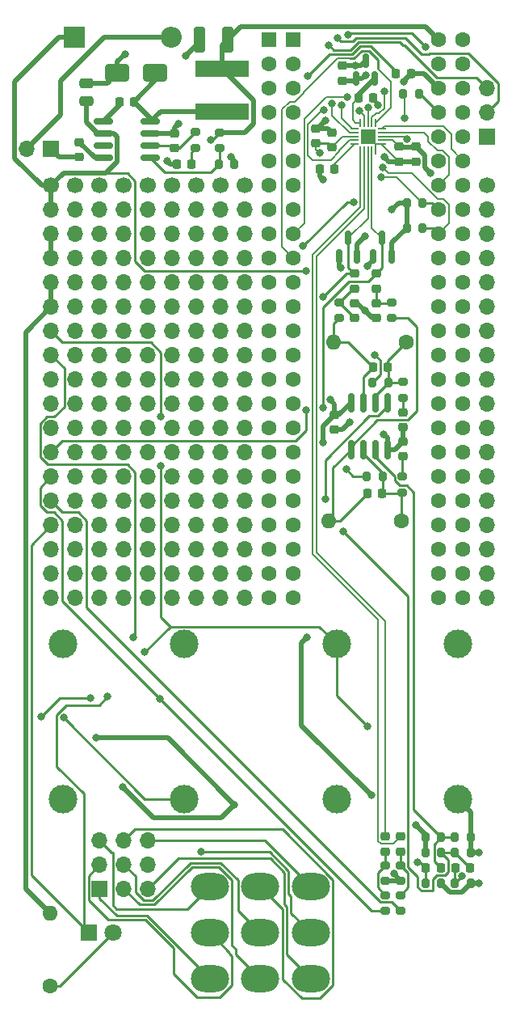
<source format=gbr>
%TF.GenerationSoftware,KiCad,Pcbnew,7.0.2*%
%TF.CreationDate,2025-02-17T11:53:52+00:00*%
%TF.ProjectId,stomp_00,73746f6d-705f-4303-902e-6b696361645f,rev?*%
%TF.SameCoordinates,Original*%
%TF.FileFunction,Copper,L1,Top*%
%TF.FilePolarity,Positive*%
%FSLAX46Y46*%
G04 Gerber Fmt 4.6, Leading zero omitted, Abs format (unit mm)*
G04 Created by KiCad (PCBNEW 7.0.2) date 2025-02-17 11:53:52*
%MOMM*%
%LPD*%
G01*
G04 APERTURE LIST*
G04 Aperture macros list*
%AMRoundRect*
0 Rectangle with rounded corners*
0 $1 Rounding radius*
0 $2 $3 $4 $5 $6 $7 $8 $9 X,Y pos of 4 corners*
0 Add a 4 corners polygon primitive as box body*
4,1,4,$2,$3,$4,$5,$6,$7,$8,$9,$2,$3,0*
0 Add four circle primitives for the rounded corners*
1,1,$1+$1,$2,$3*
1,1,$1+$1,$4,$5*
1,1,$1+$1,$6,$7*
1,1,$1+$1,$8,$9*
0 Add four rect primitives between the rounded corners*
20,1,$1+$1,$2,$3,$4,$5,0*
20,1,$1+$1,$4,$5,$6,$7,0*
20,1,$1+$1,$6,$7,$8,$9,0*
20,1,$1+$1,$8,$9,$2,$3,0*%
G04 Aperture macros list end*
%TA.AperFunction,SMDPad,CuDef*%
%ADD10R,5.700000X1.700000*%
%TD*%
%TA.AperFunction,SMDPad,CuDef*%
%ADD11RoundRect,0.225000X-0.225000X-0.250000X0.225000X-0.250000X0.225000X0.250000X-0.225000X0.250000X0*%
%TD*%
%TA.AperFunction,SMDPad,CuDef*%
%ADD12RoundRect,0.200000X0.200000X0.275000X-0.200000X0.275000X-0.200000X-0.275000X0.200000X-0.275000X0*%
%TD*%
%TA.AperFunction,SMDPad,CuDef*%
%ADD13RoundRect,0.200000X-0.275000X0.200000X-0.275000X-0.200000X0.275000X-0.200000X0.275000X0.200000X0*%
%TD*%
%TA.AperFunction,SMDPad,CuDef*%
%ADD14RoundRect,0.200000X0.275000X-0.200000X0.275000X0.200000X-0.275000X0.200000X-0.275000X-0.200000X0*%
%TD*%
%TA.AperFunction,ComponentPad*%
%ADD15C,3.000000*%
%TD*%
%TA.AperFunction,ComponentPad*%
%ADD16C,1.700000*%
%TD*%
%TA.AperFunction,ComponentPad*%
%ADD17O,1.700000X1.700000*%
%TD*%
%TA.AperFunction,SMDPad,CuDef*%
%ADD18RoundRect,0.225000X0.225000X0.250000X-0.225000X0.250000X-0.225000X-0.250000X0.225000X-0.250000X0*%
%TD*%
%TA.AperFunction,SMDPad,CuDef*%
%ADD19RoundRect,0.250000X1.000000X0.650000X-1.000000X0.650000X-1.000000X-0.650000X1.000000X-0.650000X0*%
%TD*%
%TA.AperFunction,ComponentPad*%
%ADD20C,1.600000*%
%TD*%
%TA.AperFunction,ComponentPad*%
%ADD21O,1.600000X1.600000*%
%TD*%
%TA.AperFunction,SMDPad,CuDef*%
%ADD22RoundRect,0.150000X0.150000X-0.825000X0.150000X0.825000X-0.150000X0.825000X-0.150000X-0.825000X0*%
%TD*%
%TA.AperFunction,SMDPad,CuDef*%
%ADD23RoundRect,0.050000X-0.375000X-0.050000X0.375000X-0.050000X0.375000X0.050000X-0.375000X0.050000X0*%
%TD*%
%TA.AperFunction,SMDPad,CuDef*%
%ADD24RoundRect,0.050000X-0.050000X-0.375000X0.050000X-0.375000X0.050000X0.375000X-0.050000X0.375000X0*%
%TD*%
%TA.AperFunction,SMDPad,CuDef*%
%ADD25R,1.650000X1.650000*%
%TD*%
%TA.AperFunction,SMDPad,CuDef*%
%ADD26RoundRect,0.200000X-0.200000X-0.275000X0.200000X-0.275000X0.200000X0.275000X-0.200000X0.275000X0*%
%TD*%
%TA.AperFunction,SMDPad,CuDef*%
%ADD27RoundRect,0.218750X0.218750X0.256250X-0.218750X0.256250X-0.218750X-0.256250X0.218750X-0.256250X0*%
%TD*%
%TA.AperFunction,SMDPad,CuDef*%
%ADD28RoundRect,0.150000X-0.825000X-0.150000X0.825000X-0.150000X0.825000X0.150000X-0.825000X0.150000X0*%
%TD*%
%TA.AperFunction,ComponentPad*%
%ADD29R,1.700000X1.700000*%
%TD*%
%TA.AperFunction,SMDPad,CuDef*%
%ADD30RoundRect,0.250000X0.475000X-0.250000X0.475000X0.250000X-0.475000X0.250000X-0.475000X-0.250000X0*%
%TD*%
%TA.AperFunction,SMDPad,CuDef*%
%ADD31RoundRect,0.225000X-0.250000X0.225000X-0.250000X-0.225000X0.250000X-0.225000X0.250000X0.225000X0*%
%TD*%
%TA.AperFunction,SMDPad,CuDef*%
%ADD32RoundRect,0.150000X0.150000X-0.587500X0.150000X0.587500X-0.150000X0.587500X-0.150000X-0.587500X0*%
%TD*%
%TA.AperFunction,SMDPad,CuDef*%
%ADD33RoundRect,0.225000X0.250000X-0.225000X0.250000X0.225000X-0.250000X0.225000X-0.250000X-0.225000X0*%
%TD*%
%TA.AperFunction,SMDPad,CuDef*%
%ADD34RoundRect,0.250000X0.325000X1.100000X-0.325000X1.100000X-0.325000X-1.100000X0.325000X-1.100000X0*%
%TD*%
%TA.AperFunction,ComponentPad*%
%ADD35R,1.600000X1.600000*%
%TD*%
%TA.AperFunction,ComponentPad*%
%ADD36R,2.200000X2.200000*%
%TD*%
%TA.AperFunction,ComponentPad*%
%ADD37O,2.200000X2.200000*%
%TD*%
%TA.AperFunction,ComponentPad*%
%ADD38R,1.800000X1.800000*%
%TD*%
%TA.AperFunction,ComponentPad*%
%ADD39C,1.800000*%
%TD*%
%TA.AperFunction,ComponentPad*%
%ADD40O,4.000000X2.800000*%
%TD*%
%TA.AperFunction,ViaPad*%
%ADD41C,0.800000*%
%TD*%
%TA.AperFunction,Conductor*%
%ADD42C,0.500000*%
%TD*%
%TA.AperFunction,Conductor*%
%ADD43C,0.250000*%
%TD*%
%TA.AperFunction,Conductor*%
%ADD44C,0.200000*%
%TD*%
G04 APERTURE END LIST*
D10*
%TO.P,L1,2,2*%
%TO.N,+5V*%
X23000000Y-5550000D03*
%TO.P,L1,1,1*%
%TO.N,Net-(D2-K)*%
X23000000Y-10050000D03*
%TD*%
D11*
%TO.P,C21,1*%
%TO.N,+1V8*%
X37275000Y-8600000D03*
%TO.P,C21,2*%
%TO.N,GND*%
X38825000Y-8600000D03*
%TD*%
D12*
%TO.P,R19,1*%
%TO.N,DAC_SCL*%
X44000000Y-19600000D03*
%TO.P,R19,2*%
%TO.N,+3.3V*%
X42350000Y-19600000D03*
%TD*%
D11*
%TO.P,C7,1*%
%TO.N,PREAMP_IN_L*%
X44350000Y-89200000D03*
%TO.P,C7,2*%
%TO.N,Net-(U3A-+)*%
X45900000Y-89200000D03*
%TD*%
D13*
%TO.P,R10,1*%
%TO.N,Net-(C9-Pad2)*%
X41900000Y-48275000D03*
%TO.P,R10,2*%
%TO.N,Net-(U3A--)*%
X41900000Y-49925000D03*
%TD*%
D14*
%TO.P,R23,1*%
%TO.N,LINE_OUT_R*%
X41700000Y-93700000D03*
%TO.P,R23,2*%
%TO.N,Net-(C25-Pad2)*%
X41700000Y-92050000D03*
%TD*%
D15*
%TO.P,J14,S*%
%TO.N,GND*%
X47700000Y-65770000D03*
%TO.P,J14,SN*%
X47700000Y-82000000D03*
%TO.P,J14,T*%
%TO.N,JACK_IN*%
X35000000Y-65770000D03*
%TO.P,J14,TN*%
%TO.N,GND*%
X35000000Y-82000000D03*
%TD*%
D16*
%TO.P,J4,1,Pin_1*%
%TO.N,unconnected-(J4-Pin_1-Pad1)*%
X12700000Y-17780000D03*
D17*
%TO.P,J4,2,Pin_2*%
%TO.N,unconnected-(J4-Pin_2-Pad2)*%
X12700000Y-20320000D03*
%TO.P,J4,3,Pin_3*%
%TO.N,unconnected-(J4-Pin_3-Pad3)*%
X12700000Y-22860000D03*
%TO.P,J4,4,Pin_4*%
%TO.N,unconnected-(J4-Pin_4-Pad4)*%
X12700000Y-25400000D03*
%TO.P,J4,5,Pin_5*%
%TO.N,unconnected-(J4-Pin_5-Pad5)*%
X12700000Y-27940000D03*
%TO.P,J4,6,Pin_6*%
%TO.N,unconnected-(J4-Pin_6-Pad6)*%
X12700000Y-30480000D03*
%TO.P,J4,7,Pin_7*%
%TO.N,unconnected-(J4-Pin_7-Pad7)*%
X12700000Y-33020000D03*
%TO.P,J4,8,Pin_8*%
%TO.N,unconnected-(J4-Pin_8-Pad8)*%
X12700000Y-35560000D03*
%TO.P,J4,9,Pin_9*%
%TO.N,unconnected-(J4-Pin_9-Pad9)*%
X12700000Y-38100000D03*
%TO.P,J4,10,Pin_10*%
%TO.N,unconnected-(J4-Pin_10-Pad10)*%
X12700000Y-40640000D03*
%TO.P,J4,11,Pin_11*%
%TO.N,unconnected-(J4-Pin_11-Pad11)*%
X12700000Y-43180000D03*
%TO.P,J4,12,Pin_12*%
%TO.N,unconnected-(J4-Pin_12-Pad12)*%
X12700000Y-45720000D03*
%TO.P,J4,13,Pin_13*%
%TO.N,unconnected-(J4-Pin_13-Pad13)*%
X12700000Y-48260000D03*
%TO.P,J4,14,Pin_14*%
%TO.N,unconnected-(J4-Pin_14-Pad14)*%
X12700000Y-50800000D03*
%TO.P,J4,15,Pin_15*%
%TO.N,unconnected-(J4-Pin_15-Pad15)*%
X12700000Y-53340000D03*
%TO.P,J4,16,Pin_16*%
%TO.N,unconnected-(J4-Pin_16-Pad16)*%
X12700000Y-55880000D03*
%TO.P,J4,17,Pin_17*%
%TO.N,unconnected-(J4-Pin_17-Pad17)*%
X12700000Y-58420000D03*
%TO.P,J4,18,Pin_18*%
%TO.N,unconnected-(J4-Pin_18-Pad18)*%
X12700000Y-60960000D03*
%TD*%
D18*
%TO.P,C22,1*%
%TO.N,Net-(U5-VAG)*%
X34750000Y-16100000D03*
%TO.P,C22,2*%
%TO.N,GND*%
X33200000Y-16100000D03*
%TD*%
D19*
%TO.P,D2,2,A*%
%TO.N,GND*%
X12000000Y-6000000D03*
%TO.P,D2,1,K*%
%TO.N,Net-(D2-K)*%
X16000000Y-6000000D03*
%TD*%
D14*
%TO.P,R17,1*%
%TO.N,Net-(JP2-B)*%
X35250000Y-31675000D03*
%TO.P,R17,2*%
%TO.N,Net-(C15-Pad1)*%
X35250000Y-30025000D03*
%TD*%
D20*
%TO.P,R25,1*%
%TO.N,Net-(D5-A)*%
X5000000Y-101600000D03*
D21*
%TO.P,R25,2*%
%TO.N,+3.3V*%
X5000000Y-93980000D03*
%TD*%
D22*
%TO.P,U3,1*%
%TO.N,Net-(JP1-B)*%
X36500000Y-45450000D03*
%TO.P,U3,2,-*%
%TO.N,Net-(U3A--)*%
X37770000Y-45450000D03*
%TO.P,U3,3,+*%
%TO.N,Net-(U3A-+)*%
X39040000Y-45450000D03*
%TO.P,U3,4,V-*%
%TO.N,GND*%
X40310000Y-45450000D03*
%TO.P,U3,5,+*%
%TO.N,Net-(U3B-+)*%
X40310000Y-40500000D03*
%TO.P,U3,6,-*%
%TO.N,Net-(U3B--)*%
X39040000Y-40500000D03*
%TO.P,U3,7*%
%TO.N,Net-(JP2-B)*%
X37770000Y-40500000D03*
%TO.P,U3,8,V+*%
%TO.N,+9V*%
X36500000Y-40500000D03*
%TD*%
D23*
%TO.P,U5,1,HP_R*%
%TO.N,Net-(J12-Pin_1)*%
X36850000Y-11850000D03*
%TO.P,U5,2,HP_VGND*%
%TO.N,Net-(J12-Pin_2)*%
X36850000Y-12250000D03*
%TO.P,U5,3,VDDA*%
%TO.N,Net-(U5-VDDA)*%
X36850000Y-12650000D03*
%TO.P,U5,4,HP_L*%
%TO.N,Net-(J12-Pin_3)*%
X36850000Y-13050000D03*
%TO.P,U5,5,VAG*%
%TO.N,Net-(U5-VAG)*%
X36850000Y-13450000D03*
D24*
%TO.P,U5,6,LINEOUT_R*%
%TO.N,Net-(U5-LINEOUT_R)*%
X37500000Y-14100000D03*
%TO.P,U5,7,LINEOUT_L*%
%TO.N,Net-(U5-LINEOUT_L)*%
X37900000Y-14100000D03*
%TO.P,U5,8,LINEIN_R*%
%TO.N,LINE_IN_R*%
X38300000Y-14100000D03*
%TO.P,U5,9,LINEIN_L*%
%TO.N,LINE_IN_L*%
X38700000Y-14100000D03*
%TO.P,U5,10,MIC*%
%TO.N,GND*%
X39100000Y-14100000D03*
D23*
%TO.P,U5,11,MIC_BIAS*%
X39750000Y-13450000D03*
%TO.P,U5,12,VDDIO*%
%TO.N,+3.3V*%
X39750000Y-13050000D03*
%TO.P,U5,13,SYS_MCLK*%
%TO.N,Net-(U5-SYS_MCLK)*%
X39750000Y-12650000D03*
%TO.P,U5,14,I2S_LRCLK*%
%TO.N,DAC_LRCLK*%
X39750000Y-12250000D03*
%TO.P,U5,15,I2S_SCLK*%
%TO.N,DAC_BCLK*%
X39750000Y-11850000D03*
D24*
%TO.P,U5,16,I2S_DOUT*%
%TO.N,DAC_DOUT*%
X39100000Y-11200000D03*
%TO.P,U5,17,I2S_DIN*%
%TO.N,DAC_DIN*%
X38700000Y-11200000D03*
%TO.P,U5,18,CTRL_DATA*%
%TO.N,DAC_SDA*%
X38300000Y-11200000D03*
%TO.P,U5,19,CTRL_CLK*%
%TO.N,DAC_SCL*%
X37900000Y-11200000D03*
%TO.P,U5,20,VDDD*%
%TO.N,+1V8*%
X37500000Y-11200000D03*
D25*
%TO.P,U5,21,GND*%
%TO.N,GND*%
X38300000Y-12650000D03*
%TD*%
D26*
%TO.P,R20,1*%
%TO.N,Net-(U5-SYS_MCLK)*%
X42000000Y-8200000D03*
%TO.P,R20,2*%
%TO.N,DAC_MCLK*%
X43650000Y-8200000D03*
%TD*%
D14*
%TO.P,R16,1*%
%TO.N,Net-(JP1-B)*%
X40750000Y-31675000D03*
%TO.P,R16,2*%
%TO.N,Net-(C14-Pad1)*%
X40750000Y-30025000D03*
%TD*%
D27*
%TO.P,FB1,1*%
%TO.N,+3.3V*%
X42775000Y-6100000D03*
%TO.P,FB1,2*%
%TO.N,Net-(U5-VDDA)*%
X41200000Y-6100000D03*
%TD*%
D18*
%TO.P,C4,2*%
%TO.N,GND*%
X18225000Y-15575000D03*
%TO.P,C4,1*%
%TO.N,Net-(C4-Pad1)*%
X19775000Y-15575000D03*
%TD*%
D16*
%TO.P,J5,1,Pin_1*%
%TO.N,unconnected-(J5-Pin_1-Pad1)*%
X15240000Y-17780000D03*
D17*
%TO.P,J5,2,Pin_2*%
%TO.N,unconnected-(J5-Pin_2-Pad2)*%
X15240000Y-20320000D03*
%TO.P,J5,3,Pin_3*%
%TO.N,unconnected-(J5-Pin_3-Pad3)*%
X15240000Y-22860000D03*
%TO.P,J5,4,Pin_4*%
%TO.N,unconnected-(J5-Pin_4-Pad4)*%
X15240000Y-25400000D03*
%TO.P,J5,5,Pin_5*%
%TO.N,unconnected-(J5-Pin_5-Pad5)*%
X15240000Y-27940000D03*
%TO.P,J5,6,Pin_6*%
%TO.N,unconnected-(J5-Pin_6-Pad6)*%
X15240000Y-30480000D03*
%TO.P,J5,7,Pin_7*%
%TO.N,unconnected-(J5-Pin_7-Pad7)*%
X15240000Y-33020000D03*
%TO.P,J5,8,Pin_8*%
%TO.N,unconnected-(J5-Pin_8-Pad8)*%
X15240000Y-35560000D03*
%TO.P,J5,9,Pin_9*%
%TO.N,unconnected-(J5-Pin_9-Pad9)*%
X15240000Y-38100000D03*
%TO.P,J5,10,Pin_10*%
%TO.N,unconnected-(J5-Pin_10-Pad10)*%
X15240000Y-40640000D03*
%TO.P,J5,11,Pin_11*%
%TO.N,unconnected-(J5-Pin_11-Pad11)*%
X15240000Y-43180000D03*
%TO.P,J5,12,Pin_12*%
%TO.N,unconnected-(J5-Pin_12-Pad12)*%
X15240000Y-45720000D03*
%TO.P,J5,13,Pin_13*%
%TO.N,unconnected-(J5-Pin_13-Pad13)*%
X15240000Y-48260000D03*
%TO.P,J5,14,Pin_14*%
%TO.N,unconnected-(J5-Pin_14-Pad14)*%
X15240000Y-50800000D03*
%TO.P,J5,15,Pin_15*%
%TO.N,unconnected-(J5-Pin_15-Pad15)*%
X15240000Y-53340000D03*
%TO.P,J5,16,Pin_16*%
%TO.N,unconnected-(J5-Pin_16-Pad16)*%
X15240000Y-55880000D03*
%TO.P,J5,17,Pin_17*%
%TO.N,unconnected-(J5-Pin_17-Pad17)*%
X15240000Y-58420000D03*
%TO.P,J5,18,Pin_18*%
%TO.N,unconnected-(J5-Pin_18-Pad18)*%
X15240000Y-60960000D03*
%TD*%
D28*
%TO.P,U2,1,BOOT*%
%TO.N,Net-(U2-BOOT)*%
X10525000Y-11095000D03*
%TO.P,U2,2,VIN*%
%TO.N,+9V*%
X10525000Y-12365000D03*
%TO.P,U2,3,EN*%
%TO.N,unconnected-(U2-EN-Pad3)*%
X10525000Y-13635000D03*
%TO.P,U2,4,SS*%
%TO.N,Net-(U2-SS)*%
X10525000Y-14905000D03*
%TO.P,U2,5,VSENSE*%
%TO.N,Net-(U2-VSENSE)*%
X15475000Y-14905000D03*
%TO.P,U2,6,COMP*%
%TO.N,Net-(U2-COMP)*%
X15475000Y-13635000D03*
%TO.P,U2,7,GND*%
%TO.N,GND*%
X15475000Y-12365000D03*
%TO.P,U2,8,PH*%
%TO.N,Net-(D2-K)*%
X15475000Y-11095000D03*
%TD*%
D11*
%TO.P,C8,1*%
%TO.N,PREAMP_IN_R*%
X47450000Y-89200000D03*
%TO.P,C8,2*%
%TO.N,Net-(U3B-+)*%
X49000000Y-89200000D03*
%TD*%
D12*
%TO.P,R15,1*%
%TO.N,Net-(U3B--)*%
X40400000Y-38400000D03*
%TO.P,R15,2*%
%TO.N,Net-(JP2-A)*%
X38750000Y-38400000D03*
%TD*%
%TO.P,R18,1*%
%TO.N,DAC_SDA*%
X44000000Y-22200000D03*
%TO.P,R18,2*%
%TO.N,+3.3V*%
X42350000Y-22200000D03*
%TD*%
D26*
%TO.P,R3,2*%
%TO.N,GND*%
X24300000Y-15575000D03*
%TO.P,R3,1*%
%TO.N,Net-(U2-VSENSE)*%
X22650000Y-15575000D03*
%TD*%
D29*
%TO.P,J12,1,Pin_1*%
%TO.N,Net-(J12-Pin_1)*%
X50800000Y-12700000D03*
D17*
%TO.P,J12,2,Pin_2*%
%TO.N,Net-(J12-Pin_2)*%
X50800000Y-10160000D03*
%TO.P,J12,3,Pin_3*%
%TO.N,Net-(J12-Pin_3)*%
X50800000Y-7620000D03*
%TD*%
D30*
%TO.P,C1,2*%
%TO.N,GND*%
X8775000Y-7050000D03*
%TO.P,C1,1*%
%TO.N,+9V*%
X8775000Y-8950000D03*
%TD*%
D16*
%TO.P,J9,1,Pin_1*%
%TO.N,unconnected-(J9-Pin_1-Pad1)*%
X25400000Y-17780000D03*
D17*
%TO.P,J9,2,Pin_2*%
%TO.N,unconnected-(J9-Pin_2-Pad2)*%
X25400000Y-20320000D03*
%TO.P,J9,3,Pin_3*%
%TO.N,unconnected-(J9-Pin_3-Pad3)*%
X25400000Y-22860000D03*
%TO.P,J9,4,Pin_4*%
%TO.N,unconnected-(J9-Pin_4-Pad4)*%
X25400000Y-25400000D03*
%TO.P,J9,5,Pin_5*%
%TO.N,unconnected-(J9-Pin_5-Pad5)*%
X25400000Y-27940000D03*
%TO.P,J9,6,Pin_6*%
%TO.N,unconnected-(J9-Pin_6-Pad6)*%
X25400000Y-30480000D03*
%TO.P,J9,7,Pin_7*%
%TO.N,unconnected-(J9-Pin_7-Pad7)*%
X25400000Y-33020000D03*
%TO.P,J9,8,Pin_8*%
%TO.N,unconnected-(J9-Pin_8-Pad8)*%
X25400000Y-35560000D03*
%TO.P,J9,9,Pin_9*%
%TO.N,unconnected-(J9-Pin_9-Pad9)*%
X25400000Y-38100000D03*
%TO.P,J9,10,Pin_10*%
%TO.N,unconnected-(J9-Pin_10-Pad10)*%
X25400000Y-40640000D03*
%TO.P,J9,11,Pin_11*%
%TO.N,unconnected-(J9-Pin_11-Pad11)*%
X25400000Y-43180000D03*
%TO.P,J9,12,Pin_12*%
%TO.N,unconnected-(J9-Pin_12-Pad12)*%
X25400000Y-45720000D03*
%TO.P,J9,13,Pin_13*%
%TO.N,unconnected-(J9-Pin_13-Pad13)*%
X25400000Y-48260000D03*
%TO.P,J9,14,Pin_14*%
%TO.N,unconnected-(J9-Pin_14-Pad14)*%
X25400000Y-50800000D03*
%TO.P,J9,15,Pin_15*%
%TO.N,unconnected-(J9-Pin_15-Pad15)*%
X25400000Y-53340000D03*
%TO.P,J9,16,Pin_16*%
%TO.N,unconnected-(J9-Pin_16-Pad16)*%
X25400000Y-55880000D03*
%TO.P,J9,17,Pin_17*%
%TO.N,unconnected-(J9-Pin_17-Pad17)*%
X25400000Y-58420000D03*
%TO.P,J9,18,Pin_18*%
%TO.N,unconnected-(J9-Pin_18-Pad18)*%
X25400000Y-60960000D03*
%TD*%
D16*
%TO.P,J8,1,Pin_1*%
%TO.N,unconnected-(J8-Pin_1-Pad1)*%
X22860000Y-17780000D03*
D17*
%TO.P,J8,2,Pin_2*%
%TO.N,unconnected-(J8-Pin_2-Pad2)*%
X22860000Y-20320000D03*
%TO.P,J8,3,Pin_3*%
%TO.N,unconnected-(J8-Pin_3-Pad3)*%
X22860000Y-22860000D03*
%TO.P,J8,4,Pin_4*%
%TO.N,unconnected-(J8-Pin_4-Pad4)*%
X22860000Y-25400000D03*
%TO.P,J8,5,Pin_5*%
%TO.N,unconnected-(J8-Pin_5-Pad5)*%
X22860000Y-27940000D03*
%TO.P,J8,6,Pin_6*%
%TO.N,unconnected-(J8-Pin_6-Pad6)*%
X22860000Y-30480000D03*
%TO.P,J8,7,Pin_7*%
%TO.N,unconnected-(J8-Pin_7-Pad7)*%
X22860000Y-33020000D03*
%TO.P,J8,8,Pin_8*%
%TO.N,unconnected-(J8-Pin_8-Pad8)*%
X22860000Y-35560000D03*
%TO.P,J8,9,Pin_9*%
%TO.N,unconnected-(J8-Pin_9-Pad9)*%
X22860000Y-38100000D03*
%TO.P,J8,10,Pin_10*%
%TO.N,unconnected-(J8-Pin_10-Pad10)*%
X22860000Y-40640000D03*
%TO.P,J8,11,Pin_11*%
%TO.N,unconnected-(J8-Pin_11-Pad11)*%
X22860000Y-43180000D03*
%TO.P,J8,12,Pin_12*%
%TO.N,unconnected-(J8-Pin_12-Pad12)*%
X22860000Y-45720000D03*
%TO.P,J8,13,Pin_13*%
%TO.N,unconnected-(J8-Pin_13-Pad13)*%
X22860000Y-48260000D03*
%TO.P,J8,14,Pin_14*%
%TO.N,unconnected-(J8-Pin_14-Pad14)*%
X22860000Y-50800000D03*
%TO.P,J8,15,Pin_15*%
%TO.N,unconnected-(J8-Pin_15-Pad15)*%
X22860000Y-53340000D03*
%TO.P,J8,16,Pin_16*%
%TO.N,unconnected-(J8-Pin_16-Pad16)*%
X22860000Y-55880000D03*
%TO.P,J8,17,Pin_17*%
%TO.N,unconnected-(J8-Pin_17-Pad17)*%
X22860000Y-58420000D03*
%TO.P,J8,18,Pin_18*%
%TO.N,unconnected-(J8-Pin_18-Pad18)*%
X22860000Y-60960000D03*
%TD*%
D16*
%TO.P,J3,1,Pin_1*%
%TO.N,unconnected-(J3-Pin_1-Pad1)*%
X10160000Y-17780000D03*
D17*
%TO.P,J3,2,Pin_2*%
%TO.N,unconnected-(J3-Pin_2-Pad2)*%
X10160000Y-20320000D03*
%TO.P,J3,3,Pin_3*%
%TO.N,unconnected-(J3-Pin_3-Pad3)*%
X10160000Y-22860000D03*
%TO.P,J3,4,Pin_4*%
%TO.N,unconnected-(J3-Pin_4-Pad4)*%
X10160000Y-25400000D03*
%TO.P,J3,5,Pin_5*%
%TO.N,unconnected-(J3-Pin_5-Pad5)*%
X10160000Y-27940000D03*
%TO.P,J3,6,Pin_6*%
%TO.N,unconnected-(J3-Pin_6-Pad6)*%
X10160000Y-30480000D03*
%TO.P,J3,7,Pin_7*%
%TO.N,unconnected-(J3-Pin_7-Pad7)*%
X10160000Y-33020000D03*
%TO.P,J3,8,Pin_8*%
%TO.N,unconnected-(J3-Pin_8-Pad8)*%
X10160000Y-35560000D03*
%TO.P,J3,9,Pin_9*%
%TO.N,unconnected-(J3-Pin_9-Pad9)*%
X10160000Y-38100000D03*
%TO.P,J3,10,Pin_10*%
%TO.N,unconnected-(J3-Pin_10-Pad10)*%
X10160000Y-40640000D03*
%TO.P,J3,11,Pin_11*%
%TO.N,unconnected-(J3-Pin_11-Pad11)*%
X10160000Y-43180000D03*
%TO.P,J3,12,Pin_12*%
%TO.N,unconnected-(J3-Pin_12-Pad12)*%
X10160000Y-45720000D03*
%TO.P,J3,13,Pin_13*%
%TO.N,unconnected-(J3-Pin_13-Pad13)*%
X10160000Y-48260000D03*
%TO.P,J3,14,Pin_14*%
%TO.N,unconnected-(J3-Pin_14-Pad14)*%
X10160000Y-50800000D03*
%TO.P,J3,15,Pin_15*%
%TO.N,unconnected-(J3-Pin_15-Pad15)*%
X10160000Y-53340000D03*
%TO.P,J3,16,Pin_16*%
%TO.N,unconnected-(J3-Pin_16-Pad16)*%
X10160000Y-55880000D03*
%TO.P,J3,17,Pin_17*%
%TO.N,unconnected-(J3-Pin_17-Pad17)*%
X10160000Y-58420000D03*
%TO.P,J3,18,Pin_18*%
%TO.N,unconnected-(J3-Pin_18-Pad18)*%
X10160000Y-60960000D03*
%TD*%
D16*
%TO.P,J2,1,Pin_1*%
%TO.N,unconnected-(J2-Pin_1-Pad1)*%
X7620000Y-17780000D03*
D17*
%TO.P,J2,2,Pin_2*%
%TO.N,unconnected-(J2-Pin_2-Pad2)*%
X7620000Y-20320000D03*
%TO.P,J2,3,Pin_3*%
%TO.N,unconnected-(J2-Pin_3-Pad3)*%
X7620000Y-22860000D03*
%TO.P,J2,4,Pin_4*%
%TO.N,unconnected-(J2-Pin_4-Pad4)*%
X7620000Y-25400000D03*
%TO.P,J2,5,Pin_5*%
%TO.N,unconnected-(J2-Pin_5-Pad5)*%
X7620000Y-27940000D03*
%TO.P,J2,6,Pin_6*%
%TO.N,unconnected-(J2-Pin_6-Pad6)*%
X7620000Y-30480000D03*
%TO.P,J2,7,Pin_7*%
%TO.N,unconnected-(J2-Pin_7-Pad7)*%
X7620000Y-33020000D03*
%TO.P,J2,8,Pin_8*%
%TO.N,unconnected-(J2-Pin_8-Pad8)*%
X7620000Y-35560000D03*
%TO.P,J2,9,Pin_9*%
%TO.N,unconnected-(J2-Pin_9-Pad9)*%
X7620000Y-38100000D03*
%TO.P,J2,10,Pin_10*%
%TO.N,unconnected-(J2-Pin_10-Pad10)*%
X7620000Y-40640000D03*
%TO.P,J2,11,Pin_11*%
%TO.N,unconnected-(J2-Pin_11-Pad11)*%
X7620000Y-43180000D03*
%TO.P,J2,12,Pin_12*%
%TO.N,unconnected-(J2-Pin_12-Pad12)*%
X7620000Y-45720000D03*
%TO.P,J2,13,Pin_13*%
%TO.N,unconnected-(J2-Pin_13-Pad13)*%
X7620000Y-48260000D03*
%TO.P,J2,14,Pin_14*%
%TO.N,unconnected-(J2-Pin_14-Pad14)*%
X7620000Y-50800000D03*
%TO.P,J2,15,Pin_15*%
%TO.N,unconnected-(J2-Pin_15-Pad15)*%
X7620000Y-53340000D03*
%TO.P,J2,16,Pin_16*%
%TO.N,unconnected-(J2-Pin_16-Pad16)*%
X7620000Y-55880000D03*
%TO.P,J2,17,Pin_17*%
%TO.N,unconnected-(J2-Pin_17-Pad17)*%
X7620000Y-58420000D03*
%TO.P,J2,18,Pin_18*%
%TO.N,unconnected-(J2-Pin_18-Pad18)*%
X7620000Y-60960000D03*
%TD*%
D29*
%TO.P,J11,1*%
%TO.N,GND*%
X5080000Y-13970000D03*
D17*
%TO.P,J11,2*%
%TO.N,Net-(D1-A)*%
X2540000Y-13970000D03*
%TD*%
D31*
%TO.P,C16,1*%
%TO.N,LINE_IN_L*%
X39150000Y-27000000D03*
%TO.P,C16,2*%
%TO.N,Net-(C14-Pad1)*%
X39150000Y-28550000D03*
%TD*%
D32*
%TO.P,U4,1,VI*%
%TO.N,+3.3V*%
X37075000Y-6600000D03*
%TO.P,U4,2,VO*%
%TO.N,+1V8*%
X38975000Y-6600000D03*
%TO.P,U4,3,GND*%
%TO.N,GND*%
X38025000Y-4725000D03*
%TD*%
D14*
%TO.P,R11,1*%
%TO.N,Net-(C10-Pad2)*%
X42000000Y-40000000D03*
%TO.P,R11,2*%
%TO.N,Net-(U3B--)*%
X42000000Y-38350000D03*
%TD*%
D12*
%TO.P,R13,1*%
%TO.N,Net-(U3A--)*%
X39825000Y-48200000D03*
%TO.P,R13,2*%
%TO.N,Net-(JP1-A)*%
X38175000Y-48200000D03*
%TD*%
D32*
%TO.P,D4,1,A*%
%TO.N,GND*%
X35250000Y-25175000D03*
%TO.P,D4,2,K*%
%TO.N,+3.3V*%
X37150000Y-25175000D03*
%TO.P,D4,3,COM*%
%TO.N,LINE_IN_R*%
X36200000Y-23300000D03*
%TD*%
D16*
%TO.P,J10,1,Pin_1*%
%TO.N,unconnected-(J10-Pin_1-Pad1)*%
X50800000Y-17780000D03*
D17*
%TO.P,J10,2,Pin_2*%
%TO.N,unconnected-(J10-Pin_2-Pad2)*%
X50800000Y-20320000D03*
%TO.P,J10,3,Pin_3*%
%TO.N,unconnected-(J10-Pin_3-Pad3)*%
X50800000Y-22860000D03*
%TO.P,J10,4,Pin_4*%
%TO.N,unconnected-(J10-Pin_4-Pad4)*%
X50800000Y-25400000D03*
%TO.P,J10,5,Pin_5*%
%TO.N,unconnected-(J10-Pin_5-Pad5)*%
X50800000Y-27940000D03*
%TO.P,J10,6,Pin_6*%
%TO.N,unconnected-(J10-Pin_6-Pad6)*%
X50800000Y-30480000D03*
%TO.P,J10,7,Pin_7*%
%TO.N,unconnected-(J10-Pin_7-Pad7)*%
X50800000Y-33020000D03*
%TO.P,J10,8,Pin_8*%
%TO.N,unconnected-(J10-Pin_8-Pad8)*%
X50800000Y-35560000D03*
%TO.P,J10,9,Pin_9*%
%TO.N,unconnected-(J10-Pin_9-Pad9)*%
X50800000Y-38100000D03*
%TO.P,J10,10,Pin_10*%
%TO.N,unconnected-(J10-Pin_10-Pad10)*%
X50800000Y-40640000D03*
%TO.P,J10,11,Pin_11*%
%TO.N,unconnected-(J10-Pin_11-Pad11)*%
X50800000Y-43180000D03*
%TO.P,J10,12,Pin_12*%
%TO.N,unconnected-(J10-Pin_12-Pad12)*%
X50800000Y-45720000D03*
%TO.P,J10,13,Pin_13*%
%TO.N,unconnected-(J10-Pin_13-Pad13)*%
X50800000Y-48260000D03*
%TO.P,J10,14,Pin_14*%
%TO.N,unconnected-(J10-Pin_14-Pad14)*%
X50800000Y-50800000D03*
%TO.P,J10,15,Pin_15*%
%TO.N,unconnected-(J10-Pin_15-Pad15)*%
X50800000Y-53340000D03*
%TO.P,J10,16,Pin_16*%
%TO.N,unconnected-(J10-Pin_16-Pad16)*%
X50800000Y-55880000D03*
%TO.P,J10,17,Pin_17*%
%TO.N,unconnected-(J10-Pin_17-Pad17)*%
X50800000Y-58420000D03*
%TO.P,J10,18,Pin_18*%
%TO.N,unconnected-(J10-Pin_18-Pad18)*%
X50800000Y-60960000D03*
%TD*%
D14*
%TO.P,R22,1*%
%TO.N,GND*%
X41700000Y-90600000D03*
%TO.P,R22,2*%
%TO.N,Net-(C25-Pad2)*%
X41700000Y-88950000D03*
%TD*%
D31*
%TO.P,C26,1*%
%TO.N,Net-(U5-LINEOUT_L)*%
X40100000Y-85950000D03*
%TO.P,C26,2*%
%TO.N,Net-(C26-Pad2)*%
X40100000Y-87500000D03*
%TD*%
D26*
%TO.P,R7,1*%
%TO.N,Net-(U3A-+)*%
X47400000Y-86000000D03*
%TO.P,R7,2*%
%TO.N,GND*%
X49050000Y-86000000D03*
%TD*%
D31*
%TO.P,C3,2*%
%TO.N,GND*%
X8000000Y-14775000D03*
%TO.P,C3,1*%
%TO.N,Net-(U2-SS)*%
X8000000Y-13225000D03*
%TD*%
D29*
%TO.P,J13,1,Pin_1*%
%TO.N,FOOTSWITCH_1*%
X10160000Y-91440000D03*
D17*
%TO.P,J13,2,Pin_2*%
%TO.N,FOOTSWITCH_2*%
X10160000Y-88900000D03*
%TO.P,J13,3,Pin_3*%
%TO.N,FOOTSWITCH_3*%
X10160000Y-86360000D03*
%TO.P,J13,4,Pin_4*%
%TO.N,FOOTSWITCH_4*%
X12700000Y-91440000D03*
%TO.P,J13,5,Pin_5*%
%TO.N,FOOTSWITCH_5*%
X12700000Y-88900000D03*
%TO.P,J13,6,Pin_6*%
%TO.N,FOOTSWITCH_6*%
X12700000Y-86360000D03*
%TO.P,J13,7,Pin_7*%
%TO.N,FOOTSWITCH_7*%
X15240000Y-91440000D03*
%TO.P,J13,8,Pin_8*%
%TO.N,FOOTSWITCH_8*%
X15240000Y-88900000D03*
%TO.P,J13,9,Pin_9*%
%TO.N,FOOTSWITCH_9*%
X15240000Y-86360000D03*
%TD*%
D32*
%TO.P,D3,1,A*%
%TO.N,GND*%
X38850000Y-25175000D03*
%TO.P,D3,2,K*%
%TO.N,+3.3V*%
X40750000Y-25175000D03*
%TO.P,D3,3,COM*%
%TO.N,LINE_IN_L*%
X39800000Y-23300000D03*
%TD*%
D33*
%TO.P,C23,1*%
%TO.N,Net-(U5-VDDA)*%
X32800000Y-13375000D03*
%TO.P,C23,2*%
%TO.N,GND*%
X32800000Y-11825000D03*
%TD*%
%TO.P,C24,1*%
%TO.N,Net-(U5-VDDA)*%
X34500000Y-13775000D03*
%TO.P,C24,2*%
%TO.N,GND*%
X34500000Y-12225000D03*
%TD*%
D26*
%TO.P,R8,1*%
%TO.N,+9V*%
X44300000Y-87600000D03*
%TO.P,R8,2*%
%TO.N,Net-(U3B-+)*%
X45950000Y-87600000D03*
%TD*%
D31*
%TO.P,C19,1*%
%TO.N,+3.3V*%
X43300000Y-13725000D03*
%TO.P,C19,2*%
%TO.N,GND*%
X43300000Y-15275000D03*
%TD*%
D26*
%TO.P,R6,1*%
%TO.N,+9V*%
X44300000Y-86000000D03*
%TO.P,R6,2*%
%TO.N,Net-(U3A-+)*%
X45950000Y-86000000D03*
%TD*%
D33*
%TO.P,C13,1*%
%TO.N,GND*%
X34800000Y-43350000D03*
%TO.P,C13,2*%
%TO.N,+9V*%
X34800000Y-41800000D03*
%TD*%
D14*
%TO.P,R21,1*%
%TO.N,GND*%
X40100000Y-90600000D03*
%TO.P,R21,2*%
%TO.N,Net-(C26-Pad2)*%
X40100000Y-88950000D03*
%TD*%
D15*
%TO.P,J15,S*%
%TO.N,GND*%
X6300000Y-82000000D03*
%TO.P,J15,SN*%
X6300000Y-65770000D03*
%TO.P,J15,T*%
%TO.N,JACK_OUT*%
X19000000Y-82000000D03*
%TO.P,J15,TN*%
%TO.N,GND*%
X19000000Y-65770000D03*
%TD*%
D31*
%TO.P,C17,1*%
%TO.N,LINE_IN_R*%
X36850000Y-27025000D03*
%TO.P,C17,2*%
%TO.N,Net-(C15-Pad1)*%
X36850000Y-28575000D03*
%TD*%
D16*
%TO.P,J7,1,Pin_1*%
%TO.N,unconnected-(J7-Pin_1-Pad1)*%
X20320000Y-17780000D03*
D17*
%TO.P,J7,2,Pin_2*%
%TO.N,unconnected-(J7-Pin_2-Pad2)*%
X20320000Y-20320000D03*
%TO.P,J7,3,Pin_3*%
%TO.N,unconnected-(J7-Pin_3-Pad3)*%
X20320000Y-22860000D03*
%TO.P,J7,4,Pin_4*%
%TO.N,unconnected-(J7-Pin_4-Pad4)*%
X20320000Y-25400000D03*
%TO.P,J7,5,Pin_5*%
%TO.N,unconnected-(J7-Pin_5-Pad5)*%
X20320000Y-27940000D03*
%TO.P,J7,6,Pin_6*%
%TO.N,unconnected-(J7-Pin_6-Pad6)*%
X20320000Y-30480000D03*
%TO.P,J7,7,Pin_7*%
%TO.N,unconnected-(J7-Pin_7-Pad7)*%
X20320000Y-33020000D03*
%TO.P,J7,8,Pin_8*%
%TO.N,unconnected-(J7-Pin_8-Pad8)*%
X20320000Y-35560000D03*
%TO.P,J7,9,Pin_9*%
%TO.N,unconnected-(J7-Pin_9-Pad9)*%
X20320000Y-38100000D03*
%TO.P,J7,10,Pin_10*%
%TO.N,unconnected-(J7-Pin_10-Pad10)*%
X20320000Y-40640000D03*
%TO.P,J7,11,Pin_11*%
%TO.N,unconnected-(J7-Pin_11-Pad11)*%
X20320000Y-43180000D03*
%TO.P,J7,12,Pin_12*%
%TO.N,unconnected-(J7-Pin_12-Pad12)*%
X20320000Y-45720000D03*
%TO.P,J7,13,Pin_13*%
%TO.N,unconnected-(J7-Pin_13-Pad13)*%
X20320000Y-48260000D03*
%TO.P,J7,14,Pin_14*%
%TO.N,unconnected-(J7-Pin_14-Pad14)*%
X20320000Y-50800000D03*
%TO.P,J7,15,Pin_15*%
%TO.N,unconnected-(J7-Pin_15-Pad15)*%
X20320000Y-53340000D03*
%TO.P,J7,16,Pin_16*%
%TO.N,unconnected-(J7-Pin_16-Pad16)*%
X20320000Y-55880000D03*
%TO.P,J7,17,Pin_17*%
%TO.N,unconnected-(J7-Pin_17-Pad17)*%
X20320000Y-58420000D03*
%TO.P,J7,18,Pin_18*%
%TO.N,unconnected-(J7-Pin_18-Pad18)*%
X20320000Y-60960000D03*
%TD*%
D31*
%TO.P,C14,1*%
%TO.N,Net-(C14-Pad1)*%
X39150000Y-30075000D03*
%TO.P,C14,2*%
%TO.N,GND*%
X39150000Y-31625000D03*
%TD*%
D13*
%TO.P,R1,2*%
%TO.N,Net-(C4-Pad1)*%
X20225000Y-13825000D03*
%TO.P,R1,1*%
%TO.N,Net-(U2-COMP)*%
X20225000Y-12175000D03*
%TD*%
D26*
%TO.P,R9,1*%
%TO.N,Net-(U3B-+)*%
X47400000Y-87600000D03*
%TO.P,R9,2*%
%TO.N,GND*%
X49050000Y-87600000D03*
%TD*%
D16*
%TO.P,J6,1,Pin_1*%
%TO.N,unconnected-(J6-Pin_1-Pad1)*%
X17780000Y-17780000D03*
D17*
%TO.P,J6,2,Pin_2*%
%TO.N,unconnected-(J6-Pin_2-Pad2)*%
X17780000Y-20320000D03*
%TO.P,J6,3,Pin_3*%
%TO.N,unconnected-(J6-Pin_3-Pad3)*%
X17780000Y-22860000D03*
%TO.P,J6,4,Pin_4*%
%TO.N,unconnected-(J6-Pin_4-Pad4)*%
X17780000Y-25400000D03*
%TO.P,J6,5,Pin_5*%
%TO.N,unconnected-(J6-Pin_5-Pad5)*%
X17780000Y-27940000D03*
%TO.P,J6,6,Pin_6*%
%TO.N,unconnected-(J6-Pin_6-Pad6)*%
X17780000Y-30480000D03*
%TO.P,J6,7,Pin_7*%
%TO.N,unconnected-(J6-Pin_7-Pad7)*%
X17780000Y-33020000D03*
%TO.P,J6,8,Pin_8*%
%TO.N,unconnected-(J6-Pin_8-Pad8)*%
X17780000Y-35560000D03*
%TO.P,J6,9,Pin_9*%
%TO.N,unconnected-(J6-Pin_9-Pad9)*%
X17780000Y-38100000D03*
%TO.P,J6,10,Pin_10*%
%TO.N,unconnected-(J6-Pin_10-Pad10)*%
X17780000Y-40640000D03*
%TO.P,J6,11,Pin_11*%
%TO.N,unconnected-(J6-Pin_11-Pad11)*%
X17780000Y-43180000D03*
%TO.P,J6,12,Pin_12*%
%TO.N,unconnected-(J6-Pin_12-Pad12)*%
X17780000Y-45720000D03*
%TO.P,J6,13,Pin_13*%
%TO.N,unconnected-(J6-Pin_13-Pad13)*%
X17780000Y-48260000D03*
%TO.P,J6,14,Pin_14*%
%TO.N,unconnected-(J6-Pin_14-Pad14)*%
X17780000Y-50800000D03*
%TO.P,J6,15,Pin_15*%
%TO.N,unconnected-(J6-Pin_15-Pad15)*%
X17780000Y-53340000D03*
%TO.P,J6,16,Pin_16*%
%TO.N,unconnected-(J6-Pin_16-Pad16)*%
X17780000Y-55880000D03*
%TO.P,J6,17,Pin_17*%
%TO.N,unconnected-(J6-Pin_17-Pad17)*%
X17780000Y-58420000D03*
%TO.P,J6,18,Pin_18*%
%TO.N,unconnected-(J6-Pin_18-Pad18)*%
X17780000Y-60960000D03*
%TD*%
D18*
%TO.P,C11,1*%
%TO.N,Net-(U3A--)*%
X39775000Y-50000000D03*
%TO.P,C11,2*%
%TO.N,Net-(JP1-B)*%
X38225000Y-50000000D03*
%TD*%
D31*
%TO.P,C25,1*%
%TO.N,Net-(U5-LINEOUT_R)*%
X41700000Y-85950000D03*
%TO.P,C25,2*%
%TO.N,Net-(C25-Pad2)*%
X41700000Y-87500000D03*
%TD*%
D34*
%TO.P,C6,2*%
%TO.N,GND*%
X20625000Y-2500000D03*
%TO.P,C6,1*%
%TO.N,+5V*%
X23575000Y-2500000D03*
%TD*%
D33*
%TO.P,C18,1*%
%TO.N,+3.3V*%
X35575000Y-6800000D03*
%TO.P,C18,2*%
%TO.N,GND*%
X35575000Y-5250000D03*
%TD*%
D31*
%TO.P,C9,1*%
%TO.N,GND*%
X42000000Y-44600000D03*
%TO.P,C9,2*%
%TO.N,Net-(C9-Pad2)*%
X42000000Y-46150000D03*
%TD*%
D35*
%TO.P,U1,1,GND*%
%TO.N,GND*%
X30480000Y-2540000D03*
X27940000Y-2540000D03*
D20*
%TO.P,U1,2,0_RX1_CRX2_CS1*%
%TO.N,unconnected-(U1-0_RX1_CRX2_CS1-Pad2)*%
X30480000Y-5080000D03*
X27940000Y-5080000D03*
%TO.P,U1,3,1_TX1_CTX2_MISO1*%
%TO.N,unconnected-(U1-1_TX1_CTX2_MISO1-Pad3)*%
X30480000Y-7620000D03*
X27940000Y-7620000D03*
%TO.P,U1,4,2_OUT2*%
%TO.N,unconnected-(U1-2_OUT2-Pad4)*%
X30480000Y-10160000D03*
X27940000Y-10160000D03*
%TO.P,U1,5,3_LRCLK2*%
%TO.N,unconnected-(U1-3_LRCLK2-Pad5)*%
X30480000Y-12700000D03*
X27940000Y-12700000D03*
%TO.P,U1,6,4_BCLK2*%
%TO.N,unconnected-(U1-4_BCLK2-Pad6)*%
X30480000Y-15240000D03*
X27940000Y-15240000D03*
%TO.P,U1,7,5_IN2*%
%TO.N,unconnected-(U1-5_IN2-Pad7)*%
X30480000Y-17780000D03*
X27940000Y-17780000D03*
%TO.P,U1,8,6_OUT1D*%
%TO.N,unconnected-(U1-6_OUT1D-Pad8)*%
X30480000Y-20320000D03*
X27940000Y-20320000D03*
%TO.P,U1,9,7_RX2_OUT1A*%
%TO.N,DAC_DIN*%
X30480000Y-22860000D03*
X27940000Y-22860000D03*
%TO.P,U1,10,8_TX2_IN1*%
%TO.N,DAC_DOUT*%
X30480000Y-25400000D03*
X27940000Y-25400000D03*
%TO.P,U1,11,9_OUT1C*%
%TO.N,unconnected-(U1-9_OUT1C-Pad11)*%
X30480000Y-27940000D03*
X27940000Y-27940000D03*
%TO.P,U1,12,10_CS_MQSR*%
%TO.N,unconnected-(U1-10_CS_MQSR-Pad12)*%
X30480000Y-30480000D03*
X27940000Y-30480000D03*
%TO.P,U1,13,11_MOSI_CTX1*%
%TO.N,unconnected-(U1-11_MOSI_CTX1-Pad13)*%
X30480000Y-33020000D03*
X27940000Y-33020000D03*
%TO.P,U1,14,12_MISO_MQSL*%
%TO.N,unconnected-(U1-12_MISO_MQSL-Pad14)*%
X30480000Y-35560000D03*
X27940000Y-35560000D03*
%TO.P,U1,15,3V3*%
%TO.N,+3.3V*%
X30480000Y-38100000D03*
X27940000Y-38100000D03*
%TO.P,U1,16,24_A10_TX6_SCL2*%
%TO.N,unconnected-(U1-24_A10_TX6_SCL2-Pad16)*%
X30480000Y-40640000D03*
X27940000Y-40640000D03*
%TO.P,U1,17,25_A11_RX6_SDA2*%
%TO.N,unconnected-(U1-25_A11_RX6_SDA2-Pad17)*%
X30480000Y-43180000D03*
X27940000Y-43180000D03*
%TO.P,U1,18,26_A12_MOSI1*%
%TO.N,unconnected-(U1-26_A12_MOSI1-Pad18)*%
X30480000Y-45720000D03*
X27940000Y-45720000D03*
%TO.P,U1,19,27_A13_SCK1*%
%TO.N,unconnected-(U1-27_A13_SCK1-Pad19)*%
X30480000Y-48260000D03*
X27940000Y-48260000D03*
%TO.P,U1,20,28_RX7*%
%TO.N,unconnected-(U1-28_RX7-Pad20)*%
X30480000Y-50800000D03*
X27940000Y-50800000D03*
%TO.P,U1,21,29_TX7*%
%TO.N,unconnected-(U1-29_TX7-Pad21)*%
X30480000Y-53340000D03*
X27940000Y-53340000D03*
%TO.P,U1,22,30_CRX3*%
%TO.N,unconnected-(U1-30_CRX3-Pad22)*%
X30480000Y-55880000D03*
X27940000Y-55880000D03*
%TO.P,U1,23,31_CTX3*%
%TO.N,unconnected-(U1-31_CTX3-Pad23)*%
X30480000Y-58420000D03*
X27940000Y-58420000D03*
%TO.P,U1,24,32_OUT1B*%
%TO.N,unconnected-(U1-32_OUT1B-Pad24)*%
X30480000Y-60960000D03*
X27940000Y-60960000D03*
%TO.P,U1,25,33_MCLK2*%
%TO.N,unconnected-(U1-33_MCLK2-Pad25)*%
X48260000Y-60960000D03*
X45720000Y-60960000D03*
%TO.P,U1,26,34_RX8*%
%TO.N,unconnected-(U1-34_RX8-Pad26)*%
X48260000Y-58420000D03*
X45720000Y-58420000D03*
%TO.P,U1,27,35_TX8*%
%TO.N,unconnected-(U1-35_TX8-Pad27)*%
X48260000Y-55880000D03*
X45720000Y-55880000D03*
%TO.P,U1,28,36_CS*%
%TO.N,unconnected-(U1-36_CS-Pad28)*%
X48260000Y-53340000D03*
X45720000Y-53340000D03*
%TO.P,U1,29,37_CS*%
%TO.N,unconnected-(U1-37_CS-Pad29)*%
X48260000Y-50800000D03*
X45720000Y-50800000D03*
%TO.P,U1,30,38_CS1_IN1*%
%TO.N,unconnected-(U1-38_CS1_IN1-Pad30)*%
X48260000Y-48260000D03*
X45720000Y-48260000D03*
%TO.P,U1,31,39_MISO1_OUT1A*%
%TO.N,unconnected-(U1-39_MISO1_OUT1A-Pad31)*%
X48260000Y-45720000D03*
X45720000Y-45720000D03*
%TO.P,U1,32,40_A16*%
%TO.N,unconnected-(U1-40_A16-Pad32)*%
X48260000Y-43180000D03*
X45720000Y-43180000D03*
%TO.P,U1,33,41_A17*%
%TO.N,unconnected-(U1-41_A17-Pad33)*%
X48260000Y-40640000D03*
X45720000Y-40640000D03*
%TO.P,U1,34,GND*%
%TO.N,unconnected-(U1-GND-Pad34)*%
X48260000Y-38100000D03*
X45720000Y-38100000D03*
%TO.P,U1,35,13_SCK_LED*%
%TO.N,unconnected-(U1-13_SCK_LED-Pad35)*%
X48260000Y-35560000D03*
X45720000Y-35560000D03*
%TO.P,U1,36,14_A0_TX3_SPDIF_OUT*%
%TO.N,unconnected-(U1-14_A0_TX3_SPDIF_OUT-Pad36)*%
X48260000Y-33020000D03*
X45720000Y-33020000D03*
%TO.P,U1,37,15_A1_RX3_SPDIF_IN*%
%TO.N,unconnected-(U1-15_A1_RX3_SPDIF_IN-Pad37)*%
X48260000Y-30480000D03*
X45720000Y-30480000D03*
%TO.P,U1,38,16_A2_RX4_SCL1*%
%TO.N,unconnected-(U1-16_A2_RX4_SCL1-Pad38)*%
X48260000Y-27940000D03*
X45720000Y-27940000D03*
%TO.P,U1,39,17_A3_TX4_SDA1*%
%TO.N,unconnected-(U1-17_A3_TX4_SDA1-Pad39)*%
X48260000Y-25400000D03*
X45720000Y-25400000D03*
%TO.P,U1,40,18_A4_SDA*%
%TO.N,DAC_SDA*%
X48260000Y-22860000D03*
X45720000Y-22860000D03*
%TO.P,U1,41,19_A5_SCL*%
%TO.N,DAC_SCL*%
X48260000Y-20320000D03*
X45720000Y-20320000D03*
%TO.P,U1,42,20_A6_TX5_LRCLK1*%
%TO.N,DAC_LRCLK*%
X48260000Y-17780000D03*
X45720000Y-17780000D03*
%TO.P,U1,43,21_A7_RX5_BCLK1*%
%TO.N,DAC_BCLK*%
X48260000Y-15240000D03*
X45720000Y-15240000D03*
%TO.P,U1,44,22_A8_CTX1*%
%TO.N,unconnected-(U1-22_A8_CTX1-Pad44)*%
X48260000Y-12700000D03*
X45720000Y-12700000D03*
%TO.P,U1,45,23_A9_CRX1_MCLK1*%
%TO.N,DAC_MCLK*%
X48260000Y-10160000D03*
X45720000Y-10160000D03*
%TO.P,U1,46,3V3*%
%TO.N,+3.3V*%
X48260000Y-7620000D03*
X45720000Y-7620000D03*
%TO.P,U1,47,GND*%
%TO.N,GND*%
X48260000Y-5080000D03*
X45720000Y-5080000D03*
%TO.P,U1,48,VIN*%
%TO.N,+5V*%
X48260000Y-2540000D03*
X45720000Y-2540000D03*
%TD*%
D36*
%TO.P,D1,1,K*%
%TO.N,+9V*%
X7500000Y-2250000D03*
D37*
%TO.P,D1,2,A*%
%TO.N,Net-(D1-A)*%
X17660000Y-2250000D03*
%TD*%
D13*
%TO.P,R2,2*%
%TO.N,Net-(U2-VSENSE)*%
X22725000Y-13900000D03*
%TO.P,R2,1*%
%TO.N,+5V*%
X22725000Y-12250000D03*
%TD*%
D38*
%TO.P,D5,1,K*%
%TO.N,LED_NEG*%
X9000000Y-96000000D03*
D39*
%TO.P,D5,2,A*%
%TO.N,Net-(D5-A)*%
X11540000Y-96000000D03*
%TD*%
D40*
%TO.P,SW1,1,A*%
%TO.N,FOOTSWITCH_1*%
X21700000Y-100800000D03*
%TO.P,SW1,2,B*%
%TO.N,FOOTSWITCH_2*%
X21700000Y-96000000D03*
%TO.P,SW1,3,C*%
%TO.N,FOOTSWITCH_3*%
X21700000Y-91200000D03*
%TO.P,SW1,4,A*%
%TO.N,FOOTSWITCH_4*%
X27000000Y-100800000D03*
%TO.P,SW1,5,B*%
%TO.N,FOOTSWITCH_5*%
X27000000Y-96000000D03*
%TO.P,SW1,6,C*%
%TO.N,FOOTSWITCH_6*%
X27000000Y-91200000D03*
%TO.P,SW1,7,A*%
%TO.N,FOOTSWITCH_7*%
X32300000Y-100800000D03*
%TO.P,SW1,8,B*%
%TO.N,FOOTSWITCH_8*%
X32300000Y-96000000D03*
%TO.P,SW1,9,C*%
%TO.N,FOOTSWITCH_9*%
X32300000Y-91200000D03*
%TD*%
D18*
%TO.P,C2,2*%
%TO.N,Net-(U2-BOOT)*%
X12225000Y-9000000D03*
%TO.P,C2,1*%
%TO.N,Net-(D2-K)*%
X13775000Y-9000000D03*
%TD*%
D26*
%TO.P,R5,1*%
%TO.N,PREAMP_IN_R*%
X47390000Y-90800000D03*
%TO.P,R5,2*%
%TO.N,GND*%
X49040000Y-90800000D03*
%TD*%
D16*
%TO.P,J1,1,Pin_1*%
%TO.N,+9V*%
X5080000Y-17780000D03*
D17*
%TO.P,J1,2,Pin_2*%
X5080000Y-20320000D03*
%TO.P,J1,3,Pin_3*%
%TO.N,+5V*%
X5080000Y-22860000D03*
%TO.P,J1,4,Pin_4*%
X5080000Y-25400000D03*
%TO.P,J1,5,Pin_5*%
%TO.N,+3.3V*%
X5080000Y-27940000D03*
%TO.P,J1,6,Pin_6*%
X5080000Y-30480000D03*
%TO.P,J1,7,Pin_7*%
%TO.N,JACK_IN*%
X5080000Y-33020000D03*
%TO.P,J1,8,Pin_8*%
%TO.N,JACK_OUT*%
X5080000Y-35560000D03*
%TO.P,J1,9,Pin_9*%
%TO.N,PREAMP_IN_L*%
X5080000Y-38100000D03*
%TO.P,J1,10,Pin_10*%
%TO.N,PREAMP_IN_R*%
X5080000Y-40640000D03*
%TO.P,J1,11,Pin_11*%
%TO.N,LINE_IN_L*%
X5080000Y-43180000D03*
%TO.P,J1,12,Pin_12*%
%TO.N,LINE_IN_R*%
X5080000Y-45720000D03*
%TO.P,J1,13,Pin_13*%
%TO.N,LINE_OUT_L*%
X5080000Y-48260000D03*
%TO.P,J1,14,Pin_14*%
%TO.N,LINE_OUT_R*%
X5080000Y-50800000D03*
%TO.P,J1,15,Pin_15*%
%TO.N,LED_NEG*%
X5080000Y-53340000D03*
%TO.P,J1,16,Pin_16*%
%TO.N,GND*%
X5080000Y-55880000D03*
%TO.P,J1,17,Pin_17*%
X5080000Y-58420000D03*
%TO.P,J1,18,Pin_18*%
X5080000Y-60960000D03*
%TD*%
D33*
%TO.P,C15,1*%
%TO.N,Net-(C15-Pad1)*%
X36850000Y-31625000D03*
%TO.P,C15,2*%
%TO.N,GND*%
X36850000Y-30075000D03*
%TD*%
D26*
%TO.P,R4,1*%
%TO.N,PREAMP_IN_L*%
X44300000Y-90800000D03*
%TO.P,R4,2*%
%TO.N,GND*%
X45950000Y-90800000D03*
%TD*%
D18*
%TO.P,C12,1*%
%TO.N,Net-(U3B--)*%
X40350000Y-36800000D03*
%TO.P,C12,2*%
%TO.N,Net-(JP2-B)*%
X38800000Y-36800000D03*
%TD*%
D31*
%TO.P,C20,1*%
%TO.N,+3.3V*%
X41500000Y-13725000D03*
%TO.P,C20,2*%
%TO.N,GND*%
X41500000Y-15275000D03*
%TD*%
D14*
%TO.P,R24,1*%
%TO.N,LINE_OUT_L*%
X40100000Y-93700000D03*
%TO.P,R24,2*%
%TO.N,Net-(C26-Pad2)*%
X40100000Y-92050000D03*
%TD*%
D33*
%TO.P,C10,1*%
%TO.N,GND*%
X42000000Y-43100000D03*
%TO.P,C10,2*%
%TO.N,Net-(C10-Pad2)*%
X42000000Y-41550000D03*
%TD*%
%TO.P,C5,2*%
%TO.N,GND*%
X17975000Y-12325000D03*
%TO.P,C5,1*%
%TO.N,Net-(U2-COMP)*%
X17975000Y-13875000D03*
%TD*%
D20*
%TO.P,R14,1*%
%TO.N,Net-(U3B--)*%
X42300000Y-34200000D03*
D21*
%TO.P,R14,2*%
%TO.N,Net-(JP2-B)*%
X34680000Y-34200000D03*
%TD*%
D20*
%TO.P,R12,1*%
%TO.N,Net-(U3A--)*%
X41810000Y-52900000D03*
D21*
%TO.P,R12,2*%
%TO.N,Net-(JP1-B)*%
X34190000Y-52900000D03*
%TD*%
D41*
%TO.N,GND*%
X19200000Y-4200000D03*
X12800000Y-4000000D03*
X18400000Y-11300000D03*
X23900000Y-14800000D03*
X17200000Y-15200000D03*
%TO.N,+5V*%
X21800000Y-13000000D03*
%TO.N,GND*%
X9800000Y-75600000D03*
X40987473Y-89819158D03*
X33575000Y-17200000D03*
X12587701Y-80712299D03*
X24300000Y-82600000D03*
X39900000Y-43800000D03*
X38000000Y-30900000D03*
X49900000Y-87600000D03*
X36400000Y-42600000D03*
X35400000Y-26400000D03*
X39300845Y-9399802D03*
X40000000Y-14800000D03*
X49900000Y-90800000D03*
X37000000Y-5200000D03*
X38200000Y-26200000D03*
X33800000Y-11000000D03*
%TO.N,+9V*%
X33600000Y-44700000D03*
X38625500Y-81600000D03*
X43300000Y-84700000D03*
X31900000Y-65100000D03*
X34300000Y-40200000D03*
X31800500Y-26700000D03*
%TO.N,+3.3V*%
X42016295Y-6915244D03*
X31500000Y-24100000D03*
X44800000Y-16500000D03*
X38075500Y-6200000D03*
X40800000Y-20300000D03*
X38000000Y-23100000D03*
X36800000Y-19500000D03*
%TO.N,LINE_IN_R*%
X31800500Y-41280500D03*
X33599500Y-29433440D03*
%TO.N,LINE_IN_L*%
X33599500Y-41000000D03*
%TO.N,DAC_DIN*%
X40000000Y-7900000D03*
X36100000Y-8500000D03*
%TO.N,DAC_SDA*%
X38327806Y-9628275D03*
X39810377Y-15906611D03*
%TO.N,DAC_SCL*%
X37400000Y-10000000D03*
X39700000Y-16900000D03*
%TO.N,Net-(U3B-+)*%
X35700000Y-54000000D03*
X33849326Y-50626076D03*
%TO.N,Net-(U5-VDDA)*%
X33200000Y-14400000D03*
X32000000Y-6300000D03*
%TO.N,FOOTSWITCH_8*%
X20825000Y-87500500D03*
%TO.N,LINE_OUT_L*%
X16499149Y-71500851D03*
%TO.N,Net-(J12-Pin_1)*%
X36200000Y-1977755D03*
X44300000Y-3280500D03*
X35500000Y-9400000D03*
%TO.N,Net-(J12-Pin_2)*%
X35112278Y-2377755D03*
X34520814Y-9199500D03*
%TO.N,Net-(J12-Pin_3)*%
X34210430Y-3077255D03*
X33700000Y-9900000D03*
%TO.N,Net-(U5-SYS_MCLK)*%
X42363800Y-12949500D03*
X42100000Y-10700000D03*
%TO.N,Net-(JP1-A)*%
X36000000Y-47500000D03*
%TO.N,Net-(JP2-A)*%
X39000000Y-35500000D03*
%TO.N,PREAMP_IN_L*%
X4000000Y-73400000D03*
X43500000Y-88600000D03*
X9200000Y-71400000D03*
%TO.N,PREAMP_IN_R*%
X48179181Y-90019913D03*
%TO.N,JACK_IN*%
X38200000Y-74400000D03*
X16600000Y-42000000D03*
X16600000Y-47100000D03*
X14900000Y-66600000D03*
%TO.N,JACK_OUT*%
X6400000Y-73500000D03*
X13700000Y-65100000D03*
%TO.N,LED_NEG*%
X11000000Y-71300000D03*
%TD*%
D42*
%TO.N,+5V*%
X26300000Y-11350000D02*
X25400000Y-12250000D01*
X26300000Y-8850000D02*
X26300000Y-11350000D01*
X23000000Y-5550000D02*
X26300000Y-8850000D01*
X25400000Y-12250000D02*
X22725000Y-12250000D01*
D43*
%TO.N,+9V*%
X13061701Y-16480000D02*
X10773528Y-16480000D01*
X13875000Y-17293299D02*
X13061701Y-16480000D01*
X13875000Y-25696701D02*
X13875000Y-17300000D01*
X13875000Y-17300000D02*
X13875000Y-17293299D01*
D42*
X11665000Y-12365000D02*
X10525000Y-12365000D01*
X11950000Y-12650000D02*
X11665000Y-12365000D01*
X11950000Y-15303528D02*
X11950000Y-12650000D01*
X10773528Y-16480000D02*
X11950000Y-15303528D01*
X6380000Y-16480000D02*
X10773528Y-16480000D01*
%TO.N,GND*%
X20625000Y-2775000D02*
X19200000Y-4200000D01*
X20625000Y-2500000D02*
X20625000Y-2775000D01*
X12000000Y-4800000D02*
X12800000Y-4000000D01*
X12000000Y-6000000D02*
X12000000Y-4800000D01*
%TO.N,Net-(D2-K)*%
X15475000Y-10700000D02*
X13775000Y-9000000D01*
X15475000Y-11095000D02*
X15475000Y-10700000D01*
%TO.N,Net-(U2-BOOT)*%
X12225000Y-9395000D02*
X10525000Y-11095000D01*
X12225000Y-9000000D02*
X12225000Y-9395000D01*
%TO.N,Net-(D2-K)*%
X16000000Y-6775000D02*
X13775000Y-9000000D01*
X16000000Y-6000000D02*
X16000000Y-6775000D01*
%TO.N,GND*%
X17975000Y-11725000D02*
X18400000Y-11300000D01*
X17975000Y-12325000D02*
X17975000Y-11725000D01*
X24300000Y-15200000D02*
X23900000Y-14800000D01*
X24300000Y-15575000D02*
X24300000Y-15200000D01*
X17575000Y-15575000D02*
X17200000Y-15200000D01*
X18225000Y-15575000D02*
X17575000Y-15575000D01*
D43*
%TO.N,Net-(U2-VSENSE)*%
X21850000Y-16375000D02*
X22650000Y-15575000D01*
X16945000Y-16375000D02*
X21850000Y-16375000D01*
X15475000Y-14905000D02*
X16945000Y-16375000D01*
D42*
%TO.N,GND*%
X17935000Y-12365000D02*
X17975000Y-12325000D01*
X15475000Y-12365000D02*
X17935000Y-12365000D01*
D43*
%TO.N,Net-(U2-COMP)*%
X17735000Y-13635000D02*
X17975000Y-13875000D01*
X15475000Y-13635000D02*
X17735000Y-13635000D01*
%TO.N,Net-(U2-VSENSE)*%
X22725000Y-15500000D02*
X22650000Y-15575000D01*
X22725000Y-13900000D02*
X22725000Y-15500000D01*
%TO.N,Net-(C4-Pad1)*%
X19775000Y-14275000D02*
X20225000Y-13825000D01*
X19775000Y-15575000D02*
X19775000Y-14275000D01*
%TO.N,Net-(U2-COMP)*%
X18525000Y-13875000D02*
X20225000Y-12175000D01*
X17975000Y-13875000D02*
X18525000Y-13875000D01*
%TO.N,+5V*%
X21975000Y-13000000D02*
X22725000Y-12250000D01*
X21800000Y-13000000D02*
X21975000Y-13000000D01*
D42*
%TO.N,Net-(U2-SS)*%
X9680000Y-14905000D02*
X10525000Y-14905000D01*
X8000000Y-13225000D02*
X9680000Y-14905000D01*
%TO.N,GND*%
X5885000Y-14775000D02*
X5080000Y-13970000D01*
X8000000Y-14775000D02*
X5885000Y-14775000D01*
%TO.N,+9V*%
X8775000Y-11168528D02*
X9971472Y-12365000D01*
X8775000Y-8950000D02*
X8775000Y-11168528D01*
X9971472Y-12365000D02*
X10525000Y-12365000D01*
%TO.N,GND*%
X10950000Y-7050000D02*
X12000000Y-6000000D01*
X8775000Y-7050000D02*
X10950000Y-7050000D01*
%TO.N,Net-(D1-A)*%
X6100000Y-10410000D02*
X6100000Y-6800000D01*
X6100000Y-6800000D02*
X10650000Y-2250000D01*
X2540000Y-13970000D02*
X6100000Y-10410000D01*
X10650000Y-2250000D02*
X17660000Y-2250000D01*
%TO.N,Net-(D2-K)*%
X16520000Y-10050000D02*
X15475000Y-11095000D01*
X23000000Y-10050000D02*
X16520000Y-10050000D01*
%TO.N,+5V*%
X23000000Y-3075000D02*
X23575000Y-2500000D01*
X23000000Y-5550000D02*
X23000000Y-3075000D01*
X44307755Y-1127755D02*
X45720000Y-2540000D01*
X24947245Y-1127755D02*
X44307755Y-1127755D01*
X23575000Y-2500000D02*
X24947245Y-1127755D01*
X5080000Y-22860000D02*
X5080000Y-25400000D01*
%TO.N,GND*%
X32975000Y-11825000D02*
X33800000Y-11000000D01*
X41700000Y-90600000D02*
X41700000Y-90531685D01*
X36950000Y-5250000D02*
X37000000Y-5200000D01*
X40310000Y-45450000D02*
X41150000Y-45450000D01*
X40310000Y-44210000D02*
X39900000Y-43800000D01*
X9800000Y-75600000D02*
X17300000Y-75600000D01*
X35250000Y-25175000D02*
X35250000Y-26250000D01*
X48115000Y-91725000D02*
X49040000Y-90800000D01*
X41500000Y-15275000D02*
X43300000Y-15275000D01*
X40475000Y-15275000D02*
X40000000Y-14800000D01*
X35650000Y-43350000D02*
X36400000Y-42600000D01*
X45950000Y-90800000D02*
X46875000Y-91725000D01*
D44*
X38825000Y-8600000D02*
X38825000Y-8923957D01*
D42*
X33200000Y-16100000D02*
X33200000Y-16825000D01*
X49050000Y-86000000D02*
X49050000Y-83350000D01*
D44*
X39100000Y-14100000D02*
X39100000Y-13450000D01*
D42*
X37175000Y-30075000D02*
X38000000Y-30900000D01*
X38850000Y-25175000D02*
X38850000Y-25550000D01*
X35575000Y-5250000D02*
X36950000Y-5250000D01*
X34800000Y-43350000D02*
X35650000Y-43350000D01*
X35250000Y-26250000D02*
X35400000Y-26400000D01*
X49050000Y-83350000D02*
X47700000Y-82000000D01*
D44*
X38825000Y-8923957D02*
X39300845Y-9399802D01*
D42*
X41150000Y-45450000D02*
X42000000Y-44600000D01*
X40310000Y-45450000D02*
X40310000Y-44210000D01*
X41700000Y-90531685D02*
X40987473Y-89819158D01*
D44*
X41500000Y-15275000D02*
X39675000Y-13450000D01*
D42*
X49050000Y-87600000D02*
X49900000Y-87600000D01*
D44*
X39750000Y-13450000D02*
X39300000Y-13450000D01*
D42*
X32800000Y-11825000D02*
X32975000Y-11825000D01*
D44*
X39300000Y-13450000D02*
X39100000Y-13450000D01*
D42*
X12587701Y-80712299D02*
X15825402Y-83950000D01*
X17300000Y-75600000D02*
X24300000Y-82600000D01*
X38725000Y-31625000D02*
X38000000Y-30900000D01*
X32800000Y-11825000D02*
X34100000Y-11825000D01*
X49050000Y-87600000D02*
X49050000Y-86000000D01*
X34100000Y-11825000D02*
X34500000Y-12225000D01*
X49040000Y-90800000D02*
X49900000Y-90800000D01*
D44*
X39100000Y-13450000D02*
X38300000Y-12650000D01*
D42*
X15825402Y-83950000D02*
X22950000Y-83950000D01*
X46875000Y-91725000D02*
X48115000Y-91725000D01*
X39150000Y-31625000D02*
X38725000Y-31625000D01*
X22950000Y-83950000D02*
X24300000Y-82600000D01*
X36850000Y-30075000D02*
X37175000Y-30075000D01*
D44*
X39675000Y-13450000D02*
X39300000Y-13450000D01*
D42*
X38850000Y-25550000D02*
X38200000Y-26200000D01*
X40100000Y-90600000D02*
X41700000Y-90600000D01*
X41500000Y-15275000D02*
X40475000Y-15275000D01*
X37550000Y-5200000D02*
X38025000Y-4725000D01*
X33200000Y-16825000D02*
X33575000Y-17200000D01*
X37000000Y-5200000D02*
X37550000Y-5200000D01*
X42000000Y-44600000D02*
X42000000Y-43100000D01*
D44*
%TO.N,+1V8*%
X37500000Y-11200000D02*
X37000000Y-11200000D01*
X36700000Y-9175000D02*
X37275000Y-8600000D01*
D42*
X37275000Y-8300000D02*
X38975000Y-6600000D01*
D44*
X36700000Y-10900000D02*
X36700000Y-9175000D01*
X37000000Y-11200000D02*
X36700000Y-10900000D01*
D42*
X37275000Y-8600000D02*
X37275000Y-8300000D01*
%TO.N,+9V*%
X35200000Y-41800000D02*
X36500000Y-40500000D01*
X44300000Y-86000000D02*
X44300000Y-85700000D01*
X7500000Y-2250000D02*
X5900000Y-2250000D01*
X34800000Y-41800000D02*
X35200000Y-41800000D01*
X5900000Y-2250000D02*
X1240000Y-6910000D01*
X5080000Y-17780000D02*
X5080000Y-20320000D01*
X33600000Y-43000000D02*
X33600000Y-44700000D01*
X31300000Y-65700000D02*
X31900000Y-65100000D01*
X4080000Y-17780000D02*
X5080000Y-17780000D01*
D43*
X14878299Y-26700000D02*
X13875000Y-25696701D01*
D42*
X38625500Y-81600000D02*
X31300000Y-74274500D01*
X44300000Y-85700000D02*
X43300000Y-84700000D01*
X34800000Y-40700000D02*
X34300000Y-40200000D01*
X34800000Y-41800000D02*
X34800000Y-40700000D01*
X34800000Y-41800000D02*
X33600000Y-43000000D01*
X1240000Y-6910000D02*
X1240000Y-14940000D01*
X44300000Y-87600000D02*
X44300000Y-86000000D01*
X6380000Y-16480000D02*
X5080000Y-17780000D01*
X31300000Y-74274500D02*
X31300000Y-65700000D01*
D43*
X31800500Y-26700000D02*
X14878299Y-26700000D01*
D42*
X1240000Y-14940000D02*
X4080000Y-17780000D01*
D43*
%TO.N,DAC_MCLK*%
X43650000Y-8200000D02*
X43760000Y-8200000D01*
X43760000Y-8200000D02*
X45720000Y-10160000D01*
D42*
%TO.N,+3.3V*%
X2425000Y-33135000D02*
X5080000Y-30480000D01*
X41574500Y-13799500D02*
X43225500Y-13799500D01*
X40750000Y-23800000D02*
X42350000Y-22200000D01*
D44*
X40825000Y-13050000D02*
X41500000Y-13725000D01*
D42*
X42016295Y-6915244D02*
X42016295Y-6858705D01*
X40750000Y-25175000D02*
X40750000Y-23800000D01*
X42350000Y-19600000D02*
X41500000Y-19600000D01*
X42016295Y-6858705D02*
X42775000Y-6100000D01*
D43*
X36100000Y-19500000D02*
X31500000Y-24100000D01*
D44*
X39750000Y-13050000D02*
X40825000Y-13050000D01*
D42*
X43300000Y-13725000D02*
X44225000Y-14650000D01*
X2425000Y-91405000D02*
X2425000Y-33135000D01*
X44225000Y-14650000D02*
X44225000Y-15925000D01*
X37075000Y-6600000D02*
X37675500Y-6600000D01*
X37150000Y-23950000D02*
X38000000Y-23100000D01*
X44200000Y-6100000D02*
X45720000Y-7620000D01*
X37675500Y-6600000D02*
X38075500Y-6200000D01*
X37150000Y-25175000D02*
X37150000Y-23950000D01*
X43225500Y-13799500D02*
X43300000Y-13725000D01*
X35575000Y-6800000D02*
X36875000Y-6800000D01*
X41500000Y-19600000D02*
X40800000Y-20300000D01*
X42350000Y-19600000D02*
X42350000Y-22200000D01*
X42775000Y-6100000D02*
X44200000Y-6100000D01*
D43*
X36800000Y-19500000D02*
X36100000Y-19500000D01*
D42*
X5000000Y-93980000D02*
X2425000Y-91405000D01*
X41500000Y-13725000D02*
X41574500Y-13799500D01*
X44225000Y-15925000D02*
X44800000Y-16500000D01*
X5080000Y-27940000D02*
X5080000Y-30480000D01*
X36875000Y-6800000D02*
X37075000Y-6600000D01*
D43*
%TO.N,Net-(D5-A)*%
X5940000Y-101600000D02*
X11540000Y-96000000D01*
X5000000Y-101600000D02*
X5940000Y-101600000D01*
%TO.N,LINE_IN_R*%
X36007940Y-27025000D02*
X33599500Y-29433440D01*
X31800500Y-43450491D02*
X30705991Y-44545000D01*
X6255000Y-44545000D02*
X5080000Y-45720000D01*
D44*
X38300000Y-14100000D02*
X38300000Y-21200000D01*
D43*
X30705991Y-44545000D02*
X6255000Y-44545000D01*
D44*
X38300000Y-21200000D02*
X36200000Y-23300000D01*
D43*
X36200000Y-26375000D02*
X36850000Y-27025000D01*
X31800500Y-41280500D02*
X31800500Y-43450491D01*
X36200000Y-23300000D02*
X36200000Y-26375000D01*
X36850000Y-27025000D02*
X36007940Y-27025000D01*
D44*
%TO.N,LINE_IN_L*%
X38700000Y-22200000D02*
X39800000Y-23300000D01*
D43*
X39800000Y-23300000D02*
X39800000Y-26350000D01*
X33599500Y-41000000D02*
X33555000Y-40955500D01*
D44*
X38700000Y-14100000D02*
X38700000Y-22200000D01*
D43*
X36257538Y-27800000D02*
X33555000Y-30502538D01*
X33555000Y-40955500D02*
X33555000Y-30502538D01*
X39800000Y-26350000D02*
X39150000Y-27000000D01*
X38350000Y-27800000D02*
X36257538Y-27800000D01*
X39150000Y-27000000D02*
X38350000Y-27800000D01*
D44*
%TO.N,DAC_LRCLK*%
X46820000Y-14784365D02*
X46820000Y-16680000D01*
X39750000Y-12250000D02*
X44170000Y-12250000D01*
X46820000Y-16680000D02*
X45720000Y-17780000D01*
X44170000Y-12250000D02*
X44620000Y-12700000D01*
X45564365Y-14100000D02*
X46135635Y-14100000D01*
X46135635Y-14100000D02*
X46820000Y-14784365D01*
X44620000Y-12700000D02*
X44620000Y-13155635D01*
X44620000Y-13155635D02*
X45564365Y-14100000D01*
%TO.N,DAC_BCLK*%
X46175635Y-11600000D02*
X47000000Y-12424365D01*
X40000000Y-11600000D02*
X46175635Y-11600000D01*
X47000000Y-13980000D02*
X48260000Y-15240000D01*
X39750000Y-11850000D02*
X40000000Y-11600000D01*
X47000000Y-12424365D02*
X47000000Y-13980000D01*
%TO.N,DAC_DOUT*%
X40700000Y-6951104D02*
X39311396Y-5562500D01*
X29300000Y-24220000D02*
X30480000Y-25400000D01*
D43*
X38371751Y-3662500D02*
X37637500Y-3662500D01*
D44*
X31580000Y-8075635D02*
X30655635Y-9000000D01*
X30084365Y-9000000D02*
X29300000Y-9784365D01*
X30655635Y-9000000D02*
X30084365Y-9000000D01*
X40700000Y-9600000D02*
X40700000Y-6951104D01*
D43*
X39311396Y-5562500D02*
X39311396Y-4602145D01*
D44*
X29300000Y-9784365D02*
X29300000Y-24220000D01*
X39100000Y-11200000D02*
X40700000Y-9600000D01*
X31580000Y-8020000D02*
X31580000Y-8075635D01*
X35100000Y-4500000D02*
X31580000Y-8020000D01*
X36400000Y-4500000D02*
X35100000Y-4500000D01*
D43*
X39311396Y-4602145D02*
X38371751Y-3662500D01*
X36800000Y-4500000D02*
X36400000Y-4500000D01*
X37637500Y-3662500D02*
X36800000Y-4500000D01*
D44*
%TO.N,DAC_DIN*%
X40000000Y-8946031D02*
X40000000Y-7900000D01*
X40000845Y-8946876D02*
X40000000Y-8946031D01*
X38700000Y-10680025D02*
X39133994Y-10246031D01*
X39444566Y-10246031D02*
X40000845Y-9689752D01*
X31600000Y-10841852D02*
X32641852Y-9800000D01*
X40000845Y-9689752D02*
X40000845Y-8946876D01*
X36100000Y-8500000D02*
X33941852Y-8500000D01*
X39133994Y-10246031D02*
X39444566Y-10246031D01*
X33941852Y-8500000D02*
X32641852Y-9800000D01*
X38700000Y-11200000D02*
X38700000Y-10680025D01*
X31600000Y-21740000D02*
X31600000Y-10841852D01*
X30480000Y-22860000D02*
X31600000Y-21740000D01*
%TO.N,DAC_SDA*%
X38300000Y-9656081D02*
X38327806Y-9628275D01*
X38300000Y-11200000D02*
X38300000Y-10099503D01*
X39810377Y-15906611D02*
X40403766Y-16500000D01*
D43*
X45060000Y-22200000D02*
X45720000Y-22860000D01*
D44*
X46820000Y-21760000D02*
X45720000Y-22860000D01*
X45604365Y-19220000D02*
X46220000Y-19220000D01*
D43*
X44000000Y-22200000D02*
X45060000Y-22200000D01*
D44*
X46820000Y-19820000D02*
X46820000Y-21760000D01*
X46220000Y-19220000D02*
X46820000Y-19820000D01*
X40403766Y-16500000D02*
X42884365Y-16500000D01*
X38300000Y-10099503D02*
X38300000Y-9656081D01*
X42884365Y-16500000D02*
X45604365Y-19220000D01*
%TO.N,DAC_SCL*%
X39700000Y-16900000D02*
X41300000Y-16900000D01*
D43*
X45000000Y-19600000D02*
X45720000Y-20320000D01*
X44000000Y-19600000D02*
X45000000Y-19600000D01*
D44*
X41300000Y-16900000D02*
X44000000Y-19600000D01*
X37900000Y-11200000D02*
X37900000Y-10500000D01*
X37900000Y-10500000D02*
X37400000Y-10000000D01*
D43*
%TO.N,Net-(JP2-B)*%
X34680000Y-32245000D02*
X35250000Y-31675000D01*
X34680000Y-34200000D02*
X34680000Y-32245000D01*
X37770000Y-37830000D02*
X38800000Y-36800000D01*
X37770000Y-40500000D02*
X37770000Y-37830000D01*
X34680000Y-34200000D02*
X36200000Y-34200000D01*
X36200000Y-34200000D02*
X38800000Y-36800000D01*
%TO.N,FOOTSWITCH_1*%
X10160000Y-92411396D02*
X11948604Y-94200000D01*
X15100000Y-94200000D02*
X21700000Y-100800000D01*
X11948604Y-94200000D02*
X15100000Y-94200000D01*
X10160000Y-91440000D02*
X10160000Y-92411396D01*
%TO.N,Net-(C10-Pad2)*%
X42000000Y-41550000D02*
X42000000Y-40000000D01*
%TO.N,Net-(U3A-+)*%
X45950000Y-86000000D02*
X47400000Y-86000000D01*
X39040000Y-46197538D02*
X41100000Y-48257538D01*
X41100000Y-48700000D02*
X41600000Y-49200000D01*
X45900000Y-89200000D02*
X45225000Y-88525000D01*
X45225000Y-86725000D02*
X45950000Y-86000000D01*
X43100000Y-49900000D02*
X43100000Y-83150000D01*
X41100000Y-48257538D02*
X41100000Y-48700000D01*
X42400000Y-49200000D02*
X43100000Y-49900000D01*
X45225000Y-88525000D02*
X45225000Y-86725000D01*
X41600000Y-49200000D02*
X42400000Y-49200000D01*
X39040000Y-45450000D02*
X39040000Y-46197538D01*
X43100000Y-83150000D02*
X45950000Y-86000000D01*
%TO.N,Net-(U3B-+)*%
X33800000Y-50576750D02*
X33849326Y-50626076D01*
X35700000Y-54000000D02*
X42500000Y-60800000D01*
X45100000Y-90432538D02*
X45532538Y-90000000D01*
X47400000Y-87600000D02*
X49000000Y-89200000D01*
X45532538Y-90000000D02*
X46352817Y-90000000D01*
X40310000Y-40500000D02*
X40310000Y-40890000D01*
X45100000Y-91600000D02*
X45100000Y-90432538D01*
X43500000Y-90113604D02*
X43500000Y-91217462D01*
X33800000Y-46503249D02*
X33800000Y-50100000D01*
X46675000Y-89677817D02*
X46675000Y-88325000D01*
X42500000Y-60800000D02*
X42500000Y-89113604D01*
X33800000Y-50100000D02*
X33800000Y-50576750D01*
X46352817Y-90000000D02*
X46675000Y-89677817D01*
X38428249Y-41875000D02*
X33800000Y-46503249D01*
X42500000Y-89113604D02*
X43500000Y-90113604D01*
X39325000Y-41875000D02*
X38428249Y-41875000D01*
X43500000Y-91217462D02*
X43882538Y-91600000D01*
X40310000Y-40890000D02*
X39325000Y-41875000D01*
X45950000Y-87600000D02*
X47400000Y-87600000D01*
X46675000Y-88325000D02*
X45950000Y-87600000D01*
X43882538Y-91600000D02*
X45100000Y-91600000D01*
%TO.N,Net-(C9-Pad2)*%
X41900000Y-46250000D02*
X42000000Y-46150000D01*
X41900000Y-48275000D02*
X41900000Y-46250000D01*
%TO.N,Net-(U3A--)*%
X41825000Y-50000000D02*
X41900000Y-49925000D01*
X37770000Y-45450000D02*
X37770000Y-45826751D01*
X37770000Y-45826751D02*
X39825000Y-47881751D01*
X39775000Y-50000000D02*
X41825000Y-50000000D01*
X39825000Y-48200000D02*
X39825000Y-49950000D01*
X39825000Y-49950000D02*
X39775000Y-50000000D01*
X41810000Y-50015000D02*
X41810000Y-52900000D01*
X39825000Y-47881751D02*
X39825000Y-48200000D01*
X41900000Y-49925000D02*
X41810000Y-50015000D01*
%TO.N,Net-(U3B--)*%
X40400000Y-38400000D02*
X41950000Y-38400000D01*
X40350000Y-36800000D02*
X40350000Y-36150000D01*
X40350000Y-36150000D02*
X42300000Y-34200000D01*
X39040000Y-39760000D02*
X40400000Y-38400000D01*
X39040000Y-40500000D02*
X39040000Y-39760000D01*
X40400000Y-36850000D02*
X40350000Y-36800000D01*
X41950000Y-38400000D02*
X42000000Y-38350000D01*
X40400000Y-38400000D02*
X40400000Y-36850000D01*
%TO.N,Net-(C14-Pad1)*%
X39150000Y-30075000D02*
X40700000Y-30075000D01*
X40700000Y-30075000D02*
X40750000Y-30025000D01*
X39150000Y-28550000D02*
X39150000Y-30075000D01*
%TO.N,Net-(C15-Pad1)*%
X35250000Y-30025000D02*
X36850000Y-31625000D01*
X36850000Y-28575000D02*
X36700000Y-28575000D01*
X36700000Y-28575000D02*
X35250000Y-30025000D01*
D44*
%TO.N,Net-(U5-VAG)*%
X34750000Y-16100000D02*
X34750000Y-15550000D01*
X34750000Y-15550000D02*
X36850000Y-13450000D01*
D43*
%TO.N,Net-(U5-VDDA)*%
X41200000Y-5854353D02*
X38558147Y-3212500D01*
X36631802Y-4031802D02*
X34268198Y-4031802D01*
D44*
X32800000Y-14000000D02*
X33200000Y-14400000D01*
D43*
X34268198Y-4031802D02*
X32000000Y-6300000D01*
D44*
X32800000Y-13375000D02*
X32800000Y-14000000D01*
D43*
X38558147Y-3212500D02*
X37451104Y-3212500D01*
D44*
X36850000Y-12650000D02*
X35625000Y-12650000D01*
D43*
X34100000Y-13375000D02*
X34500000Y-13775000D01*
X37451104Y-3212500D02*
X36631802Y-4031802D01*
D44*
X35625000Y-12650000D02*
X34500000Y-13775000D01*
D43*
X32800000Y-13375000D02*
X34100000Y-13375000D01*
X41200000Y-6100000D02*
X41200000Y-5854353D01*
D44*
%TO.N,Net-(U5-LINEOUT_R)*%
X39325000Y-63190686D02*
X32500000Y-56365685D01*
X37500000Y-20060418D02*
X37500000Y-14100000D01*
X39632538Y-86700000D02*
X39325000Y-86392462D01*
X40950000Y-86700000D02*
X39632538Y-86700000D01*
X39325000Y-86392462D02*
X39325000Y-63190686D01*
X32500000Y-56365685D02*
X32500000Y-25060418D01*
X41700000Y-85950000D02*
X40950000Y-86700000D01*
X32500000Y-25060418D02*
X37500000Y-20060418D01*
D43*
%TO.N,Net-(C25-Pad2)*%
X41700000Y-92050000D02*
X42500000Y-91250000D01*
X41700000Y-87500000D02*
X41700000Y-88950000D01*
X42500000Y-91250000D02*
X42500000Y-89750000D01*
X42500000Y-89750000D02*
X41700000Y-88950000D01*
D44*
%TO.N,Net-(U5-LINEOUT_L)*%
X40100000Y-63400000D02*
X32900000Y-56200000D01*
X37900000Y-20226104D02*
X37900000Y-14100000D01*
X40100000Y-85950000D02*
X40100000Y-63400000D01*
X32900000Y-56200000D02*
X32900000Y-25226104D01*
X32900000Y-25226104D02*
X37900000Y-20226104D01*
D43*
%TO.N,Net-(C26-Pad2)*%
X39300000Y-91250000D02*
X39300000Y-89750000D01*
X39300000Y-89750000D02*
X40100000Y-88950000D01*
X40100000Y-88950000D02*
X40100000Y-87500000D01*
X40100000Y-92050000D02*
X39300000Y-91250000D01*
%TO.N,FOOTSWITCH_2*%
X17881802Y-97618198D02*
X14913604Y-94650000D01*
X20400000Y-102800000D02*
X17881802Y-100281802D01*
X23775000Y-98075000D02*
X23775000Y-98211396D01*
X21700000Y-96000000D02*
X23775000Y-98075000D01*
X24025000Y-101514518D02*
X22739518Y-102800000D01*
X11020000Y-94650000D02*
X8985000Y-92615000D01*
X24025000Y-98461396D02*
X24025000Y-101514518D01*
X22739518Y-102800000D02*
X20400000Y-102800000D01*
X17881802Y-100281802D02*
X17881802Y-97618198D01*
X8985000Y-92615000D02*
X8985000Y-90075000D01*
X23775000Y-98211396D02*
X24025000Y-98461396D01*
X8985000Y-90075000D02*
X10160000Y-88900000D01*
X14913604Y-94650000D02*
X11020000Y-94650000D01*
%TO.N,FOOTSWITCH_3*%
X11375000Y-87575000D02*
X10160000Y-86360000D01*
X19385000Y-93515000D02*
X11900000Y-93515000D01*
X11525000Y-93140000D02*
X11525000Y-87575000D01*
X21700000Y-91200000D02*
X19385000Y-93515000D01*
X11525000Y-87575000D02*
X11375000Y-87575000D01*
X11900000Y-93515000D02*
X11525000Y-93140000D01*
%TO.N,FOOTSWITCH_4*%
X19853097Y-89125000D02*
X22664518Y-89125000D01*
X24025000Y-90485482D02*
X24025000Y-97275000D01*
X22664518Y-89125000D02*
X24025000Y-90485482D01*
X15913097Y-93065000D02*
X19853097Y-89125000D01*
X12700000Y-91440000D02*
X14325000Y-93065000D01*
X24475000Y-97725000D02*
X24475000Y-98275000D01*
X24025000Y-97275000D02*
X24475000Y-97725000D01*
X14325000Y-93065000D02*
X15913097Y-93065000D01*
X24475000Y-98275000D02*
X27000000Y-100800000D01*
%TO.N,FOOTSWITCH_5*%
X13900000Y-90100000D02*
X12700000Y-88900000D01*
X19666701Y-88675000D02*
X15726701Y-92615000D01*
X14753299Y-92615000D02*
X13900000Y-91761701D01*
X24675000Y-93675000D02*
X24675000Y-90499086D01*
X22850914Y-88675000D02*
X19666701Y-88675000D01*
X27000000Y-96000000D02*
X24675000Y-93675000D01*
X13900000Y-91761701D02*
X13900000Y-90100000D01*
X15726701Y-92615000D02*
X14753299Y-92615000D01*
X24675000Y-90499086D02*
X22850914Y-88675000D01*
%TO.N,FOOTSWITCH_6*%
X34625000Y-90485482D02*
X29324518Y-85185000D01*
X33264518Y-102875000D02*
X34625000Y-101514518D01*
X29325000Y-100864518D02*
X31335482Y-102875000D01*
X27000000Y-91200000D02*
X29325000Y-93525000D01*
X31335482Y-102875000D02*
X33264518Y-102875000D01*
X13875000Y-85185000D02*
X12700000Y-86360000D01*
X29325000Y-93525000D02*
X29325000Y-100864518D01*
X34625000Y-101514518D02*
X34625000Y-90485482D01*
X29324518Y-85185000D02*
X13875000Y-85185000D01*
%TO.N,FOOTSWITCH_7*%
X18455000Y-88225000D02*
X28052208Y-88225000D01*
X28052208Y-88225000D02*
X29525000Y-89697792D01*
X29525000Y-93050000D02*
X29775000Y-93300000D01*
X29525000Y-89697792D02*
X29525000Y-93050000D01*
X29775000Y-98275000D02*
X32300000Y-100800000D01*
X29775000Y-93300000D02*
X29775000Y-98275000D01*
X15240000Y-91440000D02*
X18455000Y-88225000D01*
%TO.N,FOOTSWITCH_8*%
X30225000Y-92164518D02*
X29975000Y-91914518D01*
X27964104Y-87500500D02*
X20825000Y-87500500D01*
X29975000Y-91914518D02*
X29975000Y-89511396D01*
X32300000Y-96000000D02*
X30225000Y-93925000D01*
X29975000Y-89511396D02*
X27964104Y-87500500D01*
X30225000Y-93925000D02*
X30225000Y-92164518D01*
%TO.N,FOOTSWITCH_9*%
X32300000Y-91200000D02*
X27460000Y-86360000D01*
X27460000Y-86360000D02*
X15240000Y-86360000D01*
%TO.N,Net-(JP1-B)*%
X35325000Y-52900000D02*
X34190000Y-52900000D01*
X42494009Y-31675000D02*
X43425000Y-32605991D01*
X43425000Y-32605991D02*
X43425000Y-41377817D01*
X42477817Y-42325000D02*
X39248249Y-42325000D01*
X34625000Y-52465000D02*
X34625000Y-47325000D01*
X34190000Y-52900000D02*
X34625000Y-52465000D01*
X36500000Y-45073249D02*
X36500000Y-45450000D01*
X39248249Y-42325000D02*
X36500000Y-45073249D01*
X43425000Y-41377817D02*
X42477817Y-42325000D01*
X38225000Y-50000000D02*
X35325000Y-52900000D01*
X40750000Y-31675000D02*
X42494009Y-31675000D01*
X36500000Y-45450000D02*
X34625000Y-47325000D01*
%TO.N,LINE_OUT_L*%
X6255000Y-52853299D02*
X5376701Y-51975000D01*
X38698299Y-93700000D02*
X16499149Y-71500851D01*
X16499149Y-71500851D02*
X6255000Y-61256701D01*
X6255000Y-61256701D02*
X6255000Y-52853299D01*
X3905000Y-49435000D02*
X5080000Y-48260000D01*
X40100000Y-93700000D02*
X38698299Y-93700000D01*
X3905000Y-51286701D02*
X3905000Y-49435000D01*
X4593299Y-51975000D02*
X3905000Y-51286701D01*
X5376701Y-51975000D02*
X4593299Y-51975000D01*
D44*
%TO.N,Net-(J12-Pin_1)*%
X36660050Y-11850000D02*
X35500000Y-10689950D01*
D43*
X36200000Y-1977755D02*
X36315255Y-1862500D01*
X42882000Y-1862500D02*
X44300000Y-3280500D01*
D44*
X35500000Y-10689950D02*
X35500000Y-9400000D01*
X36850000Y-11850000D02*
X36660050Y-11850000D01*
D43*
X36315255Y-1862500D02*
X42882000Y-1862500D01*
%TO.N,Net-(J12-Pin_2)*%
X51975000Y-7075000D02*
X51975000Y-8985000D01*
X42212500Y-2312500D02*
X42650000Y-2750000D01*
X44694500Y-4005500D02*
X44745000Y-3955000D01*
X37078312Y-2312500D02*
X42212500Y-2312500D01*
X48855000Y-3955000D02*
X51975000Y-7075000D01*
X42650000Y-2750000D02*
X43905500Y-4005500D01*
D44*
X34520814Y-10440789D02*
X34520814Y-9199500D01*
D43*
X36688057Y-2702755D02*
X37078312Y-2312500D01*
X43905500Y-4005500D02*
X44694500Y-4005500D01*
X35437278Y-2702755D02*
X36688057Y-2702755D01*
X35112278Y-2377755D02*
X35437278Y-2702755D01*
X51975000Y-8985000D02*
X50800000Y-10160000D01*
D44*
X36850000Y-12250000D02*
X36330025Y-12250000D01*
X36330025Y-12250000D02*
X34520814Y-10440789D01*
D43*
X44745000Y-3955000D02*
X48855000Y-3955000D01*
D44*
%TO.N,Net-(J12-Pin_3)*%
X35275000Y-14105025D02*
X36330025Y-13050000D01*
D43*
X34235930Y-3102755D02*
X34235930Y-3135930D01*
D44*
X32500000Y-15100000D02*
X34392462Y-15100000D01*
D43*
X34235930Y-3135930D02*
X34681802Y-3581802D01*
X36445406Y-3581802D02*
X37264708Y-2762500D01*
D44*
X34392462Y-15100000D02*
X35275000Y-14217462D01*
D43*
X34681802Y-3581802D02*
X36445406Y-3581802D01*
X37264708Y-2762500D02*
X41662500Y-2762500D01*
X49675000Y-6495000D02*
X50800000Y-7620000D01*
X41662500Y-2762500D02*
X41977255Y-3077255D01*
D44*
X32000000Y-11407538D02*
X32000000Y-14600000D01*
X33507538Y-9900000D02*
X32000000Y-11407538D01*
D43*
X34210430Y-3077255D02*
X34235930Y-3102755D01*
D44*
X36330025Y-13050000D02*
X36850000Y-13050000D01*
D43*
X42126264Y-3077255D02*
X45544009Y-6495000D01*
X41977255Y-3077255D02*
X42126264Y-3077255D01*
X45544009Y-6495000D02*
X49675000Y-6495000D01*
D44*
X32000000Y-14600000D02*
X32500000Y-15100000D01*
X35275000Y-14217462D02*
X35275000Y-14105025D01*
X33700000Y-9900000D02*
X33507538Y-9900000D01*
%TO.N,Net-(U5-SYS_MCLK)*%
X39750000Y-12650000D02*
X42064300Y-12650000D01*
X42064300Y-12650000D02*
X42363800Y-12949500D01*
X42100000Y-10700000D02*
X42100000Y-8300000D01*
X42100000Y-8300000D02*
X42000000Y-8200000D01*
D43*
%TO.N,LINE_OUT_R*%
X8795000Y-61962462D02*
X8795000Y-52853299D01*
X41700000Y-93700000D02*
X40775000Y-92775000D01*
X6255000Y-51975000D02*
X5080000Y-50800000D01*
X39607538Y-92775000D02*
X8795000Y-61962462D01*
X7916701Y-51975000D02*
X6255000Y-51975000D01*
X8795000Y-52853299D02*
X7916701Y-51975000D01*
X40775000Y-92775000D02*
X39607538Y-92775000D01*
%TO.N,Net-(JP1-A)*%
X36700000Y-48200000D02*
X36000000Y-47500000D01*
X38175000Y-48200000D02*
X36700000Y-48200000D01*
%TO.N,Net-(JP2-A)*%
X39575000Y-36075000D02*
X39000000Y-35500000D01*
X39575000Y-37575000D02*
X39575000Y-36075000D01*
X38750000Y-38400000D02*
X39575000Y-37575000D01*
%TO.N,PREAMP_IN_L*%
X44300000Y-90800000D02*
X44300000Y-89250000D01*
X43500000Y-88600000D02*
X43750000Y-88600000D01*
X44300000Y-89250000D02*
X44350000Y-89200000D01*
X6000000Y-71400000D02*
X4000000Y-73400000D01*
X9200000Y-71400000D02*
X6000000Y-71400000D01*
X43750000Y-88600000D02*
X44350000Y-89200000D01*
%TO.N,PREAMP_IN_R*%
X48170087Y-90019913D02*
X47390000Y-90800000D01*
X47390000Y-90800000D02*
X47390000Y-89260000D01*
X47390000Y-89260000D02*
X47450000Y-89200000D01*
X48179181Y-90019913D02*
X48170087Y-90019913D01*
%TO.N,JACK_IN*%
X15536701Y-34195000D02*
X6255000Y-34195000D01*
X6255000Y-34195000D02*
X5080000Y-33020000D01*
X16600000Y-42000000D02*
X16600000Y-35258299D01*
X17555000Y-63945000D02*
X14900000Y-66600000D01*
X35000000Y-71200000D02*
X35000000Y-65770000D01*
X16600000Y-35258299D02*
X15536701Y-34195000D01*
X33175000Y-63945000D02*
X17555000Y-63945000D01*
X17555000Y-63945000D02*
X16600000Y-62990000D01*
X35000000Y-65770000D02*
X33175000Y-63945000D01*
X16600000Y-62990000D02*
X16600000Y-47100000D01*
X38200000Y-74400000D02*
X35000000Y-71200000D01*
%TO.N,JACK_OUT*%
X6445000Y-40955000D02*
X5395000Y-42005000D01*
X5080000Y-35560000D02*
X6445000Y-36925000D01*
X14900000Y-82000000D02*
X19000000Y-82000000D01*
X6445000Y-36925000D02*
X6445000Y-40955000D01*
X4698299Y-47000000D02*
X13101701Y-47000000D01*
X3905000Y-42693299D02*
X3905000Y-46206701D01*
X5395000Y-42005000D02*
X4593299Y-42005000D01*
X13875000Y-64925000D02*
X13700000Y-65100000D01*
X4593299Y-42005000D02*
X3905000Y-42693299D01*
X6400000Y-73500000D02*
X14900000Y-82000000D01*
X13101701Y-47000000D02*
X13875000Y-47773299D01*
X13875000Y-47773299D02*
X13875000Y-64925000D01*
X3905000Y-46206701D02*
X4698299Y-47000000D01*
%TO.N,LED_NEG*%
X9000000Y-96000000D02*
X3000000Y-90000000D01*
X6674695Y-72200000D02*
X10100000Y-72200000D01*
X10100000Y-72200000D02*
X11000000Y-71300000D01*
X9000000Y-96000000D02*
X8535000Y-95535000D01*
X3000000Y-55420000D02*
X5080000Y-53340000D01*
X8535000Y-95535000D02*
X8535000Y-81465000D01*
X8535000Y-81465000D02*
X5675000Y-78605000D01*
X5675000Y-78605000D02*
X5675000Y-73199695D01*
X5675000Y-73199695D02*
X6674695Y-72200000D01*
X3000000Y-90000000D02*
X3000000Y-55420000D01*
%TD*%
M02*

</source>
